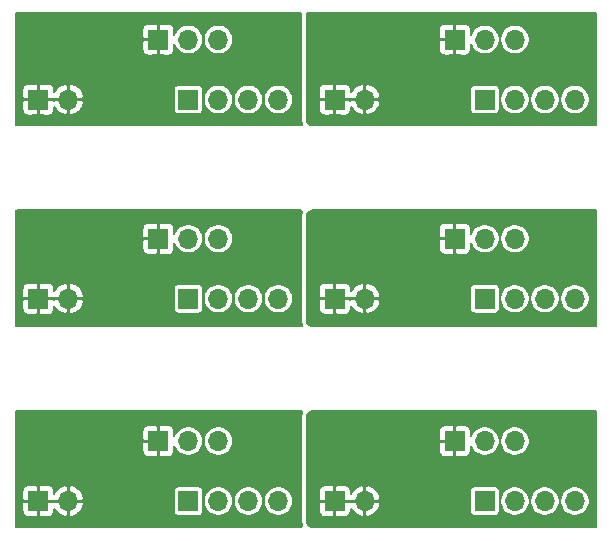
<source format=gbr>
%TF.GenerationSoftware,KiCad,Pcbnew,5.1.9-73d0e3b20d~88~ubuntu18.04.1*%
%TF.CreationDate,2021-01-03T17:48:49+01:00*%
%TF.ProjectId,ss_fp_87dc3_bridgeboard,73735f66-705f-4383-9764-63335f627269,r0.1*%
%TF.SameCoordinates,PX5f5e100PY2faf080*%
%TF.FileFunction,Copper,L1,Top*%
%TF.FilePolarity,Positive*%
%FSLAX46Y46*%
G04 Gerber Fmt 4.6, Leading zero omitted, Abs format (unit mm)*
G04 Created by KiCad (PCBNEW 5.1.9-73d0e3b20d~88~ubuntu18.04.1) date 2021-01-03 17:48:49*
%MOMM*%
%LPD*%
G01*
G04 APERTURE LIST*
%TA.AperFunction,ComponentPad*%
%ADD10R,1.700000X1.700000*%
%TD*%
%TA.AperFunction,ComponentPad*%
%ADD11O,1.700000X1.700000*%
%TD*%
%TA.AperFunction,Conductor*%
%ADD12C,0.200000*%
%TD*%
%TA.AperFunction,Conductor*%
%ADD13C,0.100000*%
%TD*%
G04 APERTURE END LIST*
D10*
%TO.P,J117,1*%
%TO.N,/COM_5*%
X12500000Y-36635000D03*
D11*
%TO.P,J117,2*%
%TO.N,Net-(J114-Pad1)*%
X15040000Y-36635000D03*
%TO.P,J117,3*%
%TO.N,Net-(J114-Pad4)*%
X17580000Y-36635000D03*
%TD*%
D10*
%TO.P,J115,1*%
%TO.N,/COM_6*%
X27440000Y-41715000D03*
D11*
%TO.P,J115,2*%
X29980000Y-41715000D03*
%TD*%
D10*
%TO.P,J113,1*%
%TO.N,/COM_5*%
X2340000Y-41715000D03*
D11*
%TO.P,J113,2*%
X4880000Y-41715000D03*
%TD*%
D10*
%TO.P,J118,1*%
%TO.N,/COM_6*%
X37600000Y-36635000D03*
D11*
%TO.P,J118,2*%
%TO.N,Net-(J116-Pad1)*%
X40140000Y-36635000D03*
%TO.P,J118,3*%
%TO.N,Net-(J116-Pad4)*%
X42680000Y-36635000D03*
%TD*%
D10*
%TO.P,J114,1*%
%TO.N,Net-(J114-Pad1)*%
X15040000Y-41715000D03*
D11*
%TO.P,J114,2*%
%TO.N,Net-(J114-Pad2)*%
X17580000Y-41715000D03*
%TO.P,J114,3*%
%TO.N,Net-(J114-Pad3)*%
X20120000Y-41715000D03*
%TO.P,J114,4*%
%TO.N,Net-(J114-Pad4)*%
X22660000Y-41715000D03*
%TD*%
D10*
%TO.P,J116,1*%
%TO.N,Net-(J116-Pad1)*%
X40140000Y-41715000D03*
D11*
%TO.P,J116,2*%
%TO.N,Net-(J116-Pad2)*%
X42680000Y-41715000D03*
%TO.P,J116,3*%
%TO.N,Net-(J116-Pad3)*%
X45220000Y-41715000D03*
%TO.P,J116,4*%
%TO.N,Net-(J116-Pad4)*%
X47760000Y-41715000D03*
%TD*%
%TO.P,J112,3*%
%TO.N,Net-(J110-Pad4)*%
X42680000Y-19500000D03*
%TO.P,J112,2*%
%TO.N,Net-(J110-Pad1)*%
X40140000Y-19500000D03*
D10*
%TO.P,J112,1*%
%TO.N,/COM_4*%
X37600000Y-19500000D03*
%TD*%
D11*
%TO.P,J111,3*%
%TO.N,Net-(J108-Pad4)*%
X17580000Y-19500000D03*
%TO.P,J111,2*%
%TO.N,Net-(J108-Pad1)*%
X15040000Y-19500000D03*
D10*
%TO.P,J111,1*%
%TO.N,/COM_3*%
X12500000Y-19500000D03*
%TD*%
D11*
%TO.P,J110,4*%
%TO.N,Net-(J110-Pad4)*%
X47760000Y-24580000D03*
%TO.P,J110,3*%
%TO.N,Net-(J110-Pad3)*%
X45220000Y-24580000D03*
%TO.P,J110,2*%
%TO.N,Net-(J110-Pad2)*%
X42680000Y-24580000D03*
D10*
%TO.P,J110,1*%
%TO.N,Net-(J110-Pad1)*%
X40140000Y-24580000D03*
%TD*%
D11*
%TO.P,J109,2*%
%TO.N,/COM_4*%
X29980000Y-24580000D03*
D10*
%TO.P,J109,1*%
X27440000Y-24580000D03*
%TD*%
D11*
%TO.P,J108,4*%
%TO.N,Net-(J108-Pad4)*%
X22660000Y-24580000D03*
%TO.P,J108,3*%
%TO.N,Net-(J108-Pad3)*%
X20120000Y-24580000D03*
%TO.P,J108,2*%
%TO.N,Net-(J108-Pad2)*%
X17580000Y-24580000D03*
D10*
%TO.P,J108,1*%
%TO.N,Net-(J108-Pad1)*%
X15040000Y-24580000D03*
%TD*%
D11*
%TO.P,J107,2*%
%TO.N,/COM_3*%
X4880000Y-24580000D03*
D10*
%TO.P,J107,1*%
X2340000Y-24580000D03*
%TD*%
D11*
%TO.P,J106,3*%
%TO.N,Net-(J105-Pad4)*%
X42680000Y-2635000D03*
%TO.P,J106,2*%
%TO.N,Net-(J105-Pad1)*%
X40140000Y-2635000D03*
D10*
%TO.P,J106,1*%
%TO.N,/COM_2*%
X37600000Y-2635000D03*
%TD*%
D11*
%TO.P,J105,4*%
%TO.N,Net-(J105-Pad4)*%
X47760000Y-7715000D03*
%TO.P,J105,3*%
%TO.N,Net-(J105-Pad3)*%
X45220000Y-7715000D03*
%TO.P,J105,2*%
%TO.N,Net-(J105-Pad2)*%
X42680000Y-7715000D03*
D10*
%TO.P,J105,1*%
%TO.N,Net-(J105-Pad1)*%
X40140000Y-7715000D03*
%TD*%
D11*
%TO.P,J104,2*%
%TO.N,/COM_2*%
X29980000Y-7715000D03*
D10*
%TO.P,J104,1*%
X27440000Y-7715000D03*
%TD*%
D11*
%TO.P,J103,3*%
%TO.N,Net-(J102-Pad4)*%
X17580000Y-2635000D03*
%TO.P,J103,2*%
%TO.N,Net-(J102-Pad1)*%
X15040000Y-2635000D03*
D10*
%TO.P,J103,1*%
%TO.N,/COM_1*%
X12500000Y-2635000D03*
%TD*%
D11*
%TO.P,J102,4*%
%TO.N,Net-(J102-Pad4)*%
X22660000Y-7715000D03*
%TO.P,J102,3*%
%TO.N,Net-(J102-Pad3)*%
X20120000Y-7715000D03*
%TO.P,J102,2*%
%TO.N,Net-(J102-Pad2)*%
X17580000Y-7715000D03*
D10*
%TO.P,J102,1*%
%TO.N,Net-(J102-Pad1)*%
X15040000Y-7715000D03*
%TD*%
D11*
%TO.P,J101,2*%
%TO.N,/COM_1*%
X4880000Y-7715000D03*
D10*
%TO.P,J101,1*%
X2340000Y-7715000D03*
%TD*%
D12*
%TO.N,/COM_1*%
X24603422Y-447790D02*
X24600000Y-500000D01*
X24600000Y-9500000D01*
X24603422Y-9552210D01*
X24620459Y-9681620D01*
X24647485Y-9782483D01*
X24677450Y-9854825D01*
X24603307Y-9885536D01*
X24493441Y-9900000D01*
X506559Y-9900000D01*
X425000Y-9889263D01*
X425000Y-8565000D01*
X987581Y-8565000D01*
X997235Y-8663017D01*
X1025825Y-8757267D01*
X1072254Y-8844129D01*
X1134736Y-8920264D01*
X1210871Y-8982746D01*
X1297733Y-9029175D01*
X1391983Y-9057765D01*
X1490000Y-9067419D01*
X2165000Y-9065000D01*
X2290000Y-8940000D01*
X2290000Y-7765000D01*
X2390000Y-7765000D01*
X2390000Y-8940000D01*
X2515000Y-9065000D01*
X3190000Y-9067419D01*
X3288017Y-9057765D01*
X3382267Y-9029175D01*
X3469129Y-8982746D01*
X3545264Y-8920264D01*
X3607746Y-8844129D01*
X3654175Y-8757267D01*
X3682765Y-8663017D01*
X3692419Y-8565000D01*
X3691619Y-8341712D01*
X3755848Y-8462522D01*
X3923283Y-8667470D01*
X4127484Y-8835815D01*
X4360604Y-8961087D01*
X4613684Y-9038473D01*
X4619574Y-9039643D01*
X4830000Y-8938979D01*
X4830000Y-7765000D01*
X4930000Y-7765000D01*
X4930000Y-8938979D01*
X5140426Y-9039643D01*
X5146316Y-9038473D01*
X5399396Y-8961087D01*
X5632516Y-8835815D01*
X5836717Y-8667470D01*
X6004152Y-8462522D01*
X6128386Y-8228847D01*
X6204645Y-7975426D01*
X6104076Y-7765000D01*
X4930000Y-7765000D01*
X4830000Y-7765000D01*
X3655924Y-7765000D01*
X3626521Y-7826521D01*
X3565000Y-7765000D01*
X2390000Y-7765000D01*
X2290000Y-7765000D01*
X1115000Y-7765000D01*
X990000Y-7890000D01*
X987581Y-8565000D01*
X425000Y-8565000D01*
X425000Y-6865000D01*
X987581Y-6865000D01*
X990000Y-7540000D01*
X1115000Y-7665000D01*
X2290000Y-7665000D01*
X2290000Y-6490000D01*
X2390000Y-6490000D01*
X2390000Y-7665000D01*
X3565000Y-7665000D01*
X3626521Y-7603479D01*
X3655924Y-7665000D01*
X4830000Y-7665000D01*
X4830000Y-6491021D01*
X4930000Y-6491021D01*
X4930000Y-7665000D01*
X6104076Y-7665000D01*
X6204645Y-7454574D01*
X6128386Y-7201153D01*
X6004152Y-6967478D01*
X5920432Y-6865000D01*
X13788065Y-6865000D01*
X13788065Y-8565000D01*
X13795788Y-8643414D01*
X13818660Y-8718814D01*
X13855803Y-8788303D01*
X13905789Y-8849211D01*
X13966697Y-8899197D01*
X14036186Y-8936340D01*
X14111586Y-8959212D01*
X14190000Y-8966935D01*
X15890000Y-8966935D01*
X15968414Y-8959212D01*
X16043814Y-8936340D01*
X16113303Y-8899197D01*
X16174211Y-8849211D01*
X16224197Y-8788303D01*
X16261340Y-8718814D01*
X16284212Y-8643414D01*
X16291935Y-8565000D01*
X16291935Y-7591886D01*
X16330000Y-7591886D01*
X16330000Y-7838114D01*
X16378037Y-8079611D01*
X16472265Y-8307097D01*
X16609062Y-8511828D01*
X16783172Y-8685938D01*
X16987903Y-8822735D01*
X17215389Y-8916963D01*
X17456886Y-8965000D01*
X17703114Y-8965000D01*
X17944611Y-8916963D01*
X18172097Y-8822735D01*
X18376828Y-8685938D01*
X18550938Y-8511828D01*
X18687735Y-8307097D01*
X18781963Y-8079611D01*
X18830000Y-7838114D01*
X18830000Y-7591886D01*
X18870000Y-7591886D01*
X18870000Y-7838114D01*
X18918037Y-8079611D01*
X19012265Y-8307097D01*
X19149062Y-8511828D01*
X19323172Y-8685938D01*
X19527903Y-8822735D01*
X19755389Y-8916963D01*
X19996886Y-8965000D01*
X20243114Y-8965000D01*
X20484611Y-8916963D01*
X20712097Y-8822735D01*
X20916828Y-8685938D01*
X21090938Y-8511828D01*
X21227735Y-8307097D01*
X21321963Y-8079611D01*
X21370000Y-7838114D01*
X21370000Y-7591886D01*
X21410000Y-7591886D01*
X21410000Y-7838114D01*
X21458037Y-8079611D01*
X21552265Y-8307097D01*
X21689062Y-8511828D01*
X21863172Y-8685938D01*
X22067903Y-8822735D01*
X22295389Y-8916963D01*
X22536886Y-8965000D01*
X22783114Y-8965000D01*
X23024611Y-8916963D01*
X23252097Y-8822735D01*
X23456828Y-8685938D01*
X23630938Y-8511828D01*
X23767735Y-8307097D01*
X23861963Y-8079611D01*
X23910000Y-7838114D01*
X23910000Y-7591886D01*
X23861963Y-7350389D01*
X23767735Y-7122903D01*
X23630938Y-6918172D01*
X23456828Y-6744062D01*
X23252097Y-6607265D01*
X23024611Y-6513037D01*
X22783114Y-6465000D01*
X22536886Y-6465000D01*
X22295389Y-6513037D01*
X22067903Y-6607265D01*
X21863172Y-6744062D01*
X21689062Y-6918172D01*
X21552265Y-7122903D01*
X21458037Y-7350389D01*
X21410000Y-7591886D01*
X21370000Y-7591886D01*
X21321963Y-7350389D01*
X21227735Y-7122903D01*
X21090938Y-6918172D01*
X20916828Y-6744062D01*
X20712097Y-6607265D01*
X20484611Y-6513037D01*
X20243114Y-6465000D01*
X19996886Y-6465000D01*
X19755389Y-6513037D01*
X19527903Y-6607265D01*
X19323172Y-6744062D01*
X19149062Y-6918172D01*
X19012265Y-7122903D01*
X18918037Y-7350389D01*
X18870000Y-7591886D01*
X18830000Y-7591886D01*
X18781963Y-7350389D01*
X18687735Y-7122903D01*
X18550938Y-6918172D01*
X18376828Y-6744062D01*
X18172097Y-6607265D01*
X17944611Y-6513037D01*
X17703114Y-6465000D01*
X17456886Y-6465000D01*
X17215389Y-6513037D01*
X16987903Y-6607265D01*
X16783172Y-6744062D01*
X16609062Y-6918172D01*
X16472265Y-7122903D01*
X16378037Y-7350389D01*
X16330000Y-7591886D01*
X16291935Y-7591886D01*
X16291935Y-6865000D01*
X16284212Y-6786586D01*
X16261340Y-6711186D01*
X16224197Y-6641697D01*
X16174211Y-6580789D01*
X16113303Y-6530803D01*
X16043814Y-6493660D01*
X15968414Y-6470788D01*
X15890000Y-6463065D01*
X14190000Y-6463065D01*
X14111586Y-6470788D01*
X14036186Y-6493660D01*
X13966697Y-6530803D01*
X13905789Y-6580789D01*
X13855803Y-6641697D01*
X13818660Y-6711186D01*
X13795788Y-6786586D01*
X13788065Y-6865000D01*
X5920432Y-6865000D01*
X5836717Y-6762530D01*
X5632516Y-6594185D01*
X5399396Y-6468913D01*
X5146316Y-6391527D01*
X5140426Y-6390357D01*
X4930000Y-6491021D01*
X4830000Y-6491021D01*
X4619574Y-6390357D01*
X4613684Y-6391527D01*
X4360604Y-6468913D01*
X4127484Y-6594185D01*
X3923283Y-6762530D01*
X3755848Y-6967478D01*
X3691619Y-7088288D01*
X3692419Y-6865000D01*
X3682765Y-6766983D01*
X3654175Y-6672733D01*
X3607746Y-6585871D01*
X3545264Y-6509736D01*
X3469129Y-6447254D01*
X3382267Y-6400825D01*
X3288017Y-6372235D01*
X3190000Y-6362581D01*
X2515000Y-6365000D01*
X2390000Y-6490000D01*
X2290000Y-6490000D01*
X2165000Y-6365000D01*
X1490000Y-6362581D01*
X1391983Y-6372235D01*
X1297733Y-6400825D01*
X1210871Y-6447254D01*
X1134736Y-6509736D01*
X1072254Y-6585871D01*
X1025825Y-6672733D01*
X997235Y-6766983D01*
X987581Y-6865000D01*
X425000Y-6865000D01*
X425000Y-3485000D01*
X11147581Y-3485000D01*
X11157235Y-3583017D01*
X11185825Y-3677267D01*
X11232254Y-3764129D01*
X11294736Y-3840264D01*
X11370871Y-3902746D01*
X11457733Y-3949175D01*
X11551983Y-3977765D01*
X11650000Y-3987419D01*
X12325000Y-3985000D01*
X12450000Y-3860000D01*
X12450000Y-2685000D01*
X11275000Y-2685000D01*
X11150000Y-2810000D01*
X11147581Y-3485000D01*
X425000Y-3485000D01*
X425000Y-1785000D01*
X11147581Y-1785000D01*
X11150000Y-2460000D01*
X11275000Y-2585000D01*
X12450000Y-2585000D01*
X12450000Y-1410000D01*
X12550000Y-1410000D01*
X12550000Y-2585000D01*
X12570000Y-2585000D01*
X12570000Y-2685000D01*
X12550000Y-2685000D01*
X12550000Y-3860000D01*
X12675000Y-3985000D01*
X13350000Y-3987419D01*
X13448017Y-3977765D01*
X13542267Y-3949175D01*
X13629129Y-3902746D01*
X13705264Y-3840264D01*
X13767746Y-3764129D01*
X13814175Y-3677267D01*
X13842765Y-3583017D01*
X13852419Y-3485000D01*
X13850790Y-3030399D01*
X13932265Y-3227097D01*
X14069062Y-3431828D01*
X14243172Y-3605938D01*
X14447903Y-3742735D01*
X14675389Y-3836963D01*
X14916886Y-3885000D01*
X15163114Y-3885000D01*
X15404611Y-3836963D01*
X15632097Y-3742735D01*
X15836828Y-3605938D01*
X16010938Y-3431828D01*
X16147735Y-3227097D01*
X16241963Y-2999611D01*
X16290000Y-2758114D01*
X16290000Y-2511886D01*
X16330000Y-2511886D01*
X16330000Y-2758114D01*
X16378037Y-2999611D01*
X16472265Y-3227097D01*
X16609062Y-3431828D01*
X16783172Y-3605938D01*
X16987903Y-3742735D01*
X17215389Y-3836963D01*
X17456886Y-3885000D01*
X17703114Y-3885000D01*
X17944611Y-3836963D01*
X18172097Y-3742735D01*
X18376828Y-3605938D01*
X18550938Y-3431828D01*
X18687735Y-3227097D01*
X18781963Y-2999611D01*
X18830000Y-2758114D01*
X18830000Y-2511886D01*
X18781963Y-2270389D01*
X18687735Y-2042903D01*
X18550938Y-1838172D01*
X18376828Y-1664062D01*
X18172097Y-1527265D01*
X17944611Y-1433037D01*
X17703114Y-1385000D01*
X17456886Y-1385000D01*
X17215389Y-1433037D01*
X16987903Y-1527265D01*
X16783172Y-1664062D01*
X16609062Y-1838172D01*
X16472265Y-2042903D01*
X16378037Y-2270389D01*
X16330000Y-2511886D01*
X16290000Y-2511886D01*
X16241963Y-2270389D01*
X16147735Y-2042903D01*
X16010938Y-1838172D01*
X15836828Y-1664062D01*
X15632097Y-1527265D01*
X15404611Y-1433037D01*
X15163114Y-1385000D01*
X14916886Y-1385000D01*
X14675389Y-1433037D01*
X14447903Y-1527265D01*
X14243172Y-1664062D01*
X14069062Y-1838172D01*
X13932265Y-2042903D01*
X13850790Y-2239601D01*
X13852419Y-1785000D01*
X13842765Y-1686983D01*
X13814175Y-1592733D01*
X13767746Y-1505871D01*
X13705264Y-1429736D01*
X13629129Y-1367254D01*
X13542267Y-1320825D01*
X13448017Y-1292235D01*
X13350000Y-1282581D01*
X12675000Y-1285000D01*
X12550000Y-1410000D01*
X12450000Y-1410000D01*
X12325000Y-1285000D01*
X11650000Y-1282581D01*
X11551983Y-1292235D01*
X11457733Y-1320825D01*
X11370871Y-1367254D01*
X11294736Y-1429736D01*
X11232254Y-1505871D01*
X11185825Y-1592733D01*
X11157235Y-1686983D01*
X11147581Y-1785000D01*
X425000Y-1785000D01*
X425000Y-425000D01*
X24606422Y-425000D01*
X24603422Y-447790D01*
%TA.AperFunction,Conductor*%
D13*
G36*
X24603422Y-447790D02*
G01*
X24600000Y-500000D01*
X24600000Y-9500000D01*
X24603422Y-9552210D01*
X24620459Y-9681620D01*
X24647485Y-9782483D01*
X24677450Y-9854825D01*
X24603307Y-9885536D01*
X24493441Y-9900000D01*
X506559Y-9900000D01*
X425000Y-9889263D01*
X425000Y-8565000D01*
X987581Y-8565000D01*
X997235Y-8663017D01*
X1025825Y-8757267D01*
X1072254Y-8844129D01*
X1134736Y-8920264D01*
X1210871Y-8982746D01*
X1297733Y-9029175D01*
X1391983Y-9057765D01*
X1490000Y-9067419D01*
X2165000Y-9065000D01*
X2290000Y-8940000D01*
X2290000Y-7765000D01*
X2390000Y-7765000D01*
X2390000Y-8940000D01*
X2515000Y-9065000D01*
X3190000Y-9067419D01*
X3288017Y-9057765D01*
X3382267Y-9029175D01*
X3469129Y-8982746D01*
X3545264Y-8920264D01*
X3607746Y-8844129D01*
X3654175Y-8757267D01*
X3682765Y-8663017D01*
X3692419Y-8565000D01*
X3691619Y-8341712D01*
X3755848Y-8462522D01*
X3923283Y-8667470D01*
X4127484Y-8835815D01*
X4360604Y-8961087D01*
X4613684Y-9038473D01*
X4619574Y-9039643D01*
X4830000Y-8938979D01*
X4830000Y-7765000D01*
X4930000Y-7765000D01*
X4930000Y-8938979D01*
X5140426Y-9039643D01*
X5146316Y-9038473D01*
X5399396Y-8961087D01*
X5632516Y-8835815D01*
X5836717Y-8667470D01*
X6004152Y-8462522D01*
X6128386Y-8228847D01*
X6204645Y-7975426D01*
X6104076Y-7765000D01*
X4930000Y-7765000D01*
X4830000Y-7765000D01*
X3655924Y-7765000D01*
X3626521Y-7826521D01*
X3565000Y-7765000D01*
X2390000Y-7765000D01*
X2290000Y-7765000D01*
X1115000Y-7765000D01*
X990000Y-7890000D01*
X987581Y-8565000D01*
X425000Y-8565000D01*
X425000Y-6865000D01*
X987581Y-6865000D01*
X990000Y-7540000D01*
X1115000Y-7665000D01*
X2290000Y-7665000D01*
X2290000Y-6490000D01*
X2390000Y-6490000D01*
X2390000Y-7665000D01*
X3565000Y-7665000D01*
X3626521Y-7603479D01*
X3655924Y-7665000D01*
X4830000Y-7665000D01*
X4830000Y-6491021D01*
X4930000Y-6491021D01*
X4930000Y-7665000D01*
X6104076Y-7665000D01*
X6204645Y-7454574D01*
X6128386Y-7201153D01*
X6004152Y-6967478D01*
X5920432Y-6865000D01*
X13788065Y-6865000D01*
X13788065Y-8565000D01*
X13795788Y-8643414D01*
X13818660Y-8718814D01*
X13855803Y-8788303D01*
X13905789Y-8849211D01*
X13966697Y-8899197D01*
X14036186Y-8936340D01*
X14111586Y-8959212D01*
X14190000Y-8966935D01*
X15890000Y-8966935D01*
X15968414Y-8959212D01*
X16043814Y-8936340D01*
X16113303Y-8899197D01*
X16174211Y-8849211D01*
X16224197Y-8788303D01*
X16261340Y-8718814D01*
X16284212Y-8643414D01*
X16291935Y-8565000D01*
X16291935Y-7591886D01*
X16330000Y-7591886D01*
X16330000Y-7838114D01*
X16378037Y-8079611D01*
X16472265Y-8307097D01*
X16609062Y-8511828D01*
X16783172Y-8685938D01*
X16987903Y-8822735D01*
X17215389Y-8916963D01*
X17456886Y-8965000D01*
X17703114Y-8965000D01*
X17944611Y-8916963D01*
X18172097Y-8822735D01*
X18376828Y-8685938D01*
X18550938Y-8511828D01*
X18687735Y-8307097D01*
X18781963Y-8079611D01*
X18830000Y-7838114D01*
X18830000Y-7591886D01*
X18870000Y-7591886D01*
X18870000Y-7838114D01*
X18918037Y-8079611D01*
X19012265Y-8307097D01*
X19149062Y-8511828D01*
X19323172Y-8685938D01*
X19527903Y-8822735D01*
X19755389Y-8916963D01*
X19996886Y-8965000D01*
X20243114Y-8965000D01*
X20484611Y-8916963D01*
X20712097Y-8822735D01*
X20916828Y-8685938D01*
X21090938Y-8511828D01*
X21227735Y-8307097D01*
X21321963Y-8079611D01*
X21370000Y-7838114D01*
X21370000Y-7591886D01*
X21410000Y-7591886D01*
X21410000Y-7838114D01*
X21458037Y-8079611D01*
X21552265Y-8307097D01*
X21689062Y-8511828D01*
X21863172Y-8685938D01*
X22067903Y-8822735D01*
X22295389Y-8916963D01*
X22536886Y-8965000D01*
X22783114Y-8965000D01*
X23024611Y-8916963D01*
X23252097Y-8822735D01*
X23456828Y-8685938D01*
X23630938Y-8511828D01*
X23767735Y-8307097D01*
X23861963Y-8079611D01*
X23910000Y-7838114D01*
X23910000Y-7591886D01*
X23861963Y-7350389D01*
X23767735Y-7122903D01*
X23630938Y-6918172D01*
X23456828Y-6744062D01*
X23252097Y-6607265D01*
X23024611Y-6513037D01*
X22783114Y-6465000D01*
X22536886Y-6465000D01*
X22295389Y-6513037D01*
X22067903Y-6607265D01*
X21863172Y-6744062D01*
X21689062Y-6918172D01*
X21552265Y-7122903D01*
X21458037Y-7350389D01*
X21410000Y-7591886D01*
X21370000Y-7591886D01*
X21321963Y-7350389D01*
X21227735Y-7122903D01*
X21090938Y-6918172D01*
X20916828Y-6744062D01*
X20712097Y-6607265D01*
X20484611Y-6513037D01*
X20243114Y-6465000D01*
X19996886Y-6465000D01*
X19755389Y-6513037D01*
X19527903Y-6607265D01*
X19323172Y-6744062D01*
X19149062Y-6918172D01*
X19012265Y-7122903D01*
X18918037Y-7350389D01*
X18870000Y-7591886D01*
X18830000Y-7591886D01*
X18781963Y-7350389D01*
X18687735Y-7122903D01*
X18550938Y-6918172D01*
X18376828Y-6744062D01*
X18172097Y-6607265D01*
X17944611Y-6513037D01*
X17703114Y-6465000D01*
X17456886Y-6465000D01*
X17215389Y-6513037D01*
X16987903Y-6607265D01*
X16783172Y-6744062D01*
X16609062Y-6918172D01*
X16472265Y-7122903D01*
X16378037Y-7350389D01*
X16330000Y-7591886D01*
X16291935Y-7591886D01*
X16291935Y-6865000D01*
X16284212Y-6786586D01*
X16261340Y-6711186D01*
X16224197Y-6641697D01*
X16174211Y-6580789D01*
X16113303Y-6530803D01*
X16043814Y-6493660D01*
X15968414Y-6470788D01*
X15890000Y-6463065D01*
X14190000Y-6463065D01*
X14111586Y-6470788D01*
X14036186Y-6493660D01*
X13966697Y-6530803D01*
X13905789Y-6580789D01*
X13855803Y-6641697D01*
X13818660Y-6711186D01*
X13795788Y-6786586D01*
X13788065Y-6865000D01*
X5920432Y-6865000D01*
X5836717Y-6762530D01*
X5632516Y-6594185D01*
X5399396Y-6468913D01*
X5146316Y-6391527D01*
X5140426Y-6390357D01*
X4930000Y-6491021D01*
X4830000Y-6491021D01*
X4619574Y-6390357D01*
X4613684Y-6391527D01*
X4360604Y-6468913D01*
X4127484Y-6594185D01*
X3923283Y-6762530D01*
X3755848Y-6967478D01*
X3691619Y-7088288D01*
X3692419Y-6865000D01*
X3682765Y-6766983D01*
X3654175Y-6672733D01*
X3607746Y-6585871D01*
X3545264Y-6509736D01*
X3469129Y-6447254D01*
X3382267Y-6400825D01*
X3288017Y-6372235D01*
X3190000Y-6362581D01*
X2515000Y-6365000D01*
X2390000Y-6490000D01*
X2290000Y-6490000D01*
X2165000Y-6365000D01*
X1490000Y-6362581D01*
X1391983Y-6372235D01*
X1297733Y-6400825D01*
X1210871Y-6447254D01*
X1134736Y-6509736D01*
X1072254Y-6585871D01*
X1025825Y-6672733D01*
X997235Y-6766983D01*
X987581Y-6865000D01*
X425000Y-6865000D01*
X425000Y-3485000D01*
X11147581Y-3485000D01*
X11157235Y-3583017D01*
X11185825Y-3677267D01*
X11232254Y-3764129D01*
X11294736Y-3840264D01*
X11370871Y-3902746D01*
X11457733Y-3949175D01*
X11551983Y-3977765D01*
X11650000Y-3987419D01*
X12325000Y-3985000D01*
X12450000Y-3860000D01*
X12450000Y-2685000D01*
X11275000Y-2685000D01*
X11150000Y-2810000D01*
X11147581Y-3485000D01*
X425000Y-3485000D01*
X425000Y-1785000D01*
X11147581Y-1785000D01*
X11150000Y-2460000D01*
X11275000Y-2585000D01*
X12450000Y-2585000D01*
X12450000Y-1410000D01*
X12550000Y-1410000D01*
X12550000Y-2585000D01*
X12570000Y-2585000D01*
X12570000Y-2685000D01*
X12550000Y-2685000D01*
X12550000Y-3860000D01*
X12675000Y-3985000D01*
X13350000Y-3987419D01*
X13448017Y-3977765D01*
X13542267Y-3949175D01*
X13629129Y-3902746D01*
X13705264Y-3840264D01*
X13767746Y-3764129D01*
X13814175Y-3677267D01*
X13842765Y-3583017D01*
X13852419Y-3485000D01*
X13850790Y-3030399D01*
X13932265Y-3227097D01*
X14069062Y-3431828D01*
X14243172Y-3605938D01*
X14447903Y-3742735D01*
X14675389Y-3836963D01*
X14916886Y-3885000D01*
X15163114Y-3885000D01*
X15404611Y-3836963D01*
X15632097Y-3742735D01*
X15836828Y-3605938D01*
X16010938Y-3431828D01*
X16147735Y-3227097D01*
X16241963Y-2999611D01*
X16290000Y-2758114D01*
X16290000Y-2511886D01*
X16330000Y-2511886D01*
X16330000Y-2758114D01*
X16378037Y-2999611D01*
X16472265Y-3227097D01*
X16609062Y-3431828D01*
X16783172Y-3605938D01*
X16987903Y-3742735D01*
X17215389Y-3836963D01*
X17456886Y-3885000D01*
X17703114Y-3885000D01*
X17944611Y-3836963D01*
X18172097Y-3742735D01*
X18376828Y-3605938D01*
X18550938Y-3431828D01*
X18687735Y-3227097D01*
X18781963Y-2999611D01*
X18830000Y-2758114D01*
X18830000Y-2511886D01*
X18781963Y-2270389D01*
X18687735Y-2042903D01*
X18550938Y-1838172D01*
X18376828Y-1664062D01*
X18172097Y-1527265D01*
X17944611Y-1433037D01*
X17703114Y-1385000D01*
X17456886Y-1385000D01*
X17215389Y-1433037D01*
X16987903Y-1527265D01*
X16783172Y-1664062D01*
X16609062Y-1838172D01*
X16472265Y-2042903D01*
X16378037Y-2270389D01*
X16330000Y-2511886D01*
X16290000Y-2511886D01*
X16241963Y-2270389D01*
X16147735Y-2042903D01*
X16010938Y-1838172D01*
X15836828Y-1664062D01*
X15632097Y-1527265D01*
X15404611Y-1433037D01*
X15163114Y-1385000D01*
X14916886Y-1385000D01*
X14675389Y-1433037D01*
X14447903Y-1527265D01*
X14243172Y-1664062D01*
X14069062Y-1838172D01*
X13932265Y-2042903D01*
X13850790Y-2239601D01*
X13852419Y-1785000D01*
X13842765Y-1686983D01*
X13814175Y-1592733D01*
X13767746Y-1505871D01*
X13705264Y-1429736D01*
X13629129Y-1367254D01*
X13542267Y-1320825D01*
X13448017Y-1292235D01*
X13350000Y-1282581D01*
X12675000Y-1285000D01*
X12550000Y-1410000D01*
X12450000Y-1410000D01*
X12325000Y-1285000D01*
X11650000Y-1282581D01*
X11551983Y-1292235D01*
X11457733Y-1320825D01*
X11370871Y-1367254D01*
X11294736Y-1429736D01*
X11232254Y-1505871D01*
X11185825Y-1592733D01*
X11157235Y-1686983D01*
X11147581Y-1785000D01*
X425000Y-1785000D01*
X425000Y-425000D01*
X24606422Y-425000D01*
X24603422Y-447790D01*
G37*
%TD.AperFunction*%
%TD*%
D12*
%TO.N,/COM_2*%
X49575000Y-9889263D02*
X49493441Y-9900000D01*
X25506559Y-9900000D01*
X25396693Y-9885536D01*
X25300433Y-9845664D01*
X25217768Y-9782232D01*
X25154336Y-9699567D01*
X25114464Y-9603307D01*
X25100000Y-9493441D01*
X25100000Y-8565000D01*
X26087581Y-8565000D01*
X26097235Y-8663017D01*
X26125825Y-8757267D01*
X26172254Y-8844129D01*
X26234736Y-8920264D01*
X26310871Y-8982746D01*
X26397733Y-9029175D01*
X26491983Y-9057765D01*
X26590000Y-9067419D01*
X27265000Y-9065000D01*
X27390000Y-8940000D01*
X27390000Y-7765000D01*
X27490000Y-7765000D01*
X27490000Y-8940000D01*
X27615000Y-9065000D01*
X28290000Y-9067419D01*
X28388017Y-9057765D01*
X28482267Y-9029175D01*
X28569129Y-8982746D01*
X28645264Y-8920264D01*
X28707746Y-8844129D01*
X28754175Y-8757267D01*
X28782765Y-8663017D01*
X28792419Y-8565000D01*
X28791619Y-8341712D01*
X28855848Y-8462522D01*
X29023283Y-8667470D01*
X29227484Y-8835815D01*
X29460604Y-8961087D01*
X29713684Y-9038473D01*
X29719574Y-9039643D01*
X29930000Y-8938979D01*
X29930000Y-7765000D01*
X30030000Y-7765000D01*
X30030000Y-8938979D01*
X30240426Y-9039643D01*
X30246316Y-9038473D01*
X30499396Y-8961087D01*
X30732516Y-8835815D01*
X30936717Y-8667470D01*
X31104152Y-8462522D01*
X31228386Y-8228847D01*
X31304645Y-7975426D01*
X31204076Y-7765000D01*
X30030000Y-7765000D01*
X29930000Y-7765000D01*
X28755924Y-7765000D01*
X28726521Y-7826521D01*
X28665000Y-7765000D01*
X27490000Y-7765000D01*
X27390000Y-7765000D01*
X26215000Y-7765000D01*
X26090000Y-7890000D01*
X26087581Y-8565000D01*
X25100000Y-8565000D01*
X25100000Y-6865000D01*
X26087581Y-6865000D01*
X26090000Y-7540000D01*
X26215000Y-7665000D01*
X27390000Y-7665000D01*
X27390000Y-6490000D01*
X27490000Y-6490000D01*
X27490000Y-7665000D01*
X28665000Y-7665000D01*
X28726521Y-7603479D01*
X28755924Y-7665000D01*
X29930000Y-7665000D01*
X29930000Y-6491021D01*
X30030000Y-6491021D01*
X30030000Y-7665000D01*
X31204076Y-7665000D01*
X31304645Y-7454574D01*
X31228386Y-7201153D01*
X31104152Y-6967478D01*
X31020432Y-6865000D01*
X38888065Y-6865000D01*
X38888065Y-8565000D01*
X38895788Y-8643414D01*
X38918660Y-8718814D01*
X38955803Y-8788303D01*
X39005789Y-8849211D01*
X39066697Y-8899197D01*
X39136186Y-8936340D01*
X39211586Y-8959212D01*
X39290000Y-8966935D01*
X40990000Y-8966935D01*
X41068414Y-8959212D01*
X41143814Y-8936340D01*
X41213303Y-8899197D01*
X41274211Y-8849211D01*
X41324197Y-8788303D01*
X41361340Y-8718814D01*
X41384212Y-8643414D01*
X41391935Y-8565000D01*
X41391935Y-7591886D01*
X41430000Y-7591886D01*
X41430000Y-7838114D01*
X41478037Y-8079611D01*
X41572265Y-8307097D01*
X41709062Y-8511828D01*
X41883172Y-8685938D01*
X42087903Y-8822735D01*
X42315389Y-8916963D01*
X42556886Y-8965000D01*
X42803114Y-8965000D01*
X43044611Y-8916963D01*
X43272097Y-8822735D01*
X43476828Y-8685938D01*
X43650938Y-8511828D01*
X43787735Y-8307097D01*
X43881963Y-8079611D01*
X43930000Y-7838114D01*
X43930000Y-7591886D01*
X43970000Y-7591886D01*
X43970000Y-7838114D01*
X44018037Y-8079611D01*
X44112265Y-8307097D01*
X44249062Y-8511828D01*
X44423172Y-8685938D01*
X44627903Y-8822735D01*
X44855389Y-8916963D01*
X45096886Y-8965000D01*
X45343114Y-8965000D01*
X45584611Y-8916963D01*
X45812097Y-8822735D01*
X46016828Y-8685938D01*
X46190938Y-8511828D01*
X46327735Y-8307097D01*
X46421963Y-8079611D01*
X46470000Y-7838114D01*
X46470000Y-7591886D01*
X46510000Y-7591886D01*
X46510000Y-7838114D01*
X46558037Y-8079611D01*
X46652265Y-8307097D01*
X46789062Y-8511828D01*
X46963172Y-8685938D01*
X47167903Y-8822735D01*
X47395389Y-8916963D01*
X47636886Y-8965000D01*
X47883114Y-8965000D01*
X48124611Y-8916963D01*
X48352097Y-8822735D01*
X48556828Y-8685938D01*
X48730938Y-8511828D01*
X48867735Y-8307097D01*
X48961963Y-8079611D01*
X49010000Y-7838114D01*
X49010000Y-7591886D01*
X48961963Y-7350389D01*
X48867735Y-7122903D01*
X48730938Y-6918172D01*
X48556828Y-6744062D01*
X48352097Y-6607265D01*
X48124611Y-6513037D01*
X47883114Y-6465000D01*
X47636886Y-6465000D01*
X47395389Y-6513037D01*
X47167903Y-6607265D01*
X46963172Y-6744062D01*
X46789062Y-6918172D01*
X46652265Y-7122903D01*
X46558037Y-7350389D01*
X46510000Y-7591886D01*
X46470000Y-7591886D01*
X46421963Y-7350389D01*
X46327735Y-7122903D01*
X46190938Y-6918172D01*
X46016828Y-6744062D01*
X45812097Y-6607265D01*
X45584611Y-6513037D01*
X45343114Y-6465000D01*
X45096886Y-6465000D01*
X44855389Y-6513037D01*
X44627903Y-6607265D01*
X44423172Y-6744062D01*
X44249062Y-6918172D01*
X44112265Y-7122903D01*
X44018037Y-7350389D01*
X43970000Y-7591886D01*
X43930000Y-7591886D01*
X43881963Y-7350389D01*
X43787735Y-7122903D01*
X43650938Y-6918172D01*
X43476828Y-6744062D01*
X43272097Y-6607265D01*
X43044611Y-6513037D01*
X42803114Y-6465000D01*
X42556886Y-6465000D01*
X42315389Y-6513037D01*
X42087903Y-6607265D01*
X41883172Y-6744062D01*
X41709062Y-6918172D01*
X41572265Y-7122903D01*
X41478037Y-7350389D01*
X41430000Y-7591886D01*
X41391935Y-7591886D01*
X41391935Y-6865000D01*
X41384212Y-6786586D01*
X41361340Y-6711186D01*
X41324197Y-6641697D01*
X41274211Y-6580789D01*
X41213303Y-6530803D01*
X41143814Y-6493660D01*
X41068414Y-6470788D01*
X40990000Y-6463065D01*
X39290000Y-6463065D01*
X39211586Y-6470788D01*
X39136186Y-6493660D01*
X39066697Y-6530803D01*
X39005789Y-6580789D01*
X38955803Y-6641697D01*
X38918660Y-6711186D01*
X38895788Y-6786586D01*
X38888065Y-6865000D01*
X31020432Y-6865000D01*
X30936717Y-6762530D01*
X30732516Y-6594185D01*
X30499396Y-6468913D01*
X30246316Y-6391527D01*
X30240426Y-6390357D01*
X30030000Y-6491021D01*
X29930000Y-6491021D01*
X29719574Y-6390357D01*
X29713684Y-6391527D01*
X29460604Y-6468913D01*
X29227484Y-6594185D01*
X29023283Y-6762530D01*
X28855848Y-6967478D01*
X28791619Y-7088288D01*
X28792419Y-6865000D01*
X28782765Y-6766983D01*
X28754175Y-6672733D01*
X28707746Y-6585871D01*
X28645264Y-6509736D01*
X28569129Y-6447254D01*
X28482267Y-6400825D01*
X28388017Y-6372235D01*
X28290000Y-6362581D01*
X27615000Y-6365000D01*
X27490000Y-6490000D01*
X27390000Y-6490000D01*
X27265000Y-6365000D01*
X26590000Y-6362581D01*
X26491983Y-6372235D01*
X26397733Y-6400825D01*
X26310871Y-6447254D01*
X26234736Y-6509736D01*
X26172254Y-6585871D01*
X26125825Y-6672733D01*
X26097235Y-6766983D01*
X26087581Y-6865000D01*
X25100000Y-6865000D01*
X25100000Y-3485000D01*
X36247581Y-3485000D01*
X36257235Y-3583017D01*
X36285825Y-3677267D01*
X36332254Y-3764129D01*
X36394736Y-3840264D01*
X36470871Y-3902746D01*
X36557733Y-3949175D01*
X36651983Y-3977765D01*
X36750000Y-3987419D01*
X37425000Y-3985000D01*
X37550000Y-3860000D01*
X37550000Y-2685000D01*
X36375000Y-2685000D01*
X36250000Y-2810000D01*
X36247581Y-3485000D01*
X25100000Y-3485000D01*
X25100000Y-1785000D01*
X36247581Y-1785000D01*
X36250000Y-2460000D01*
X36375000Y-2585000D01*
X37550000Y-2585000D01*
X37550000Y-1410000D01*
X37650000Y-1410000D01*
X37650000Y-2585000D01*
X37670000Y-2585000D01*
X37670000Y-2685000D01*
X37650000Y-2685000D01*
X37650000Y-3860000D01*
X37775000Y-3985000D01*
X38450000Y-3987419D01*
X38548017Y-3977765D01*
X38642267Y-3949175D01*
X38729129Y-3902746D01*
X38805264Y-3840264D01*
X38867746Y-3764129D01*
X38914175Y-3677267D01*
X38942765Y-3583017D01*
X38952419Y-3485000D01*
X38950790Y-3030399D01*
X39032265Y-3227097D01*
X39169062Y-3431828D01*
X39343172Y-3605938D01*
X39547903Y-3742735D01*
X39775389Y-3836963D01*
X40016886Y-3885000D01*
X40263114Y-3885000D01*
X40504611Y-3836963D01*
X40732097Y-3742735D01*
X40936828Y-3605938D01*
X41110938Y-3431828D01*
X41247735Y-3227097D01*
X41341963Y-2999611D01*
X41390000Y-2758114D01*
X41390000Y-2511886D01*
X41430000Y-2511886D01*
X41430000Y-2758114D01*
X41478037Y-2999611D01*
X41572265Y-3227097D01*
X41709062Y-3431828D01*
X41883172Y-3605938D01*
X42087903Y-3742735D01*
X42315389Y-3836963D01*
X42556886Y-3885000D01*
X42803114Y-3885000D01*
X43044611Y-3836963D01*
X43272097Y-3742735D01*
X43476828Y-3605938D01*
X43650938Y-3431828D01*
X43787735Y-3227097D01*
X43881963Y-2999611D01*
X43930000Y-2758114D01*
X43930000Y-2511886D01*
X43881963Y-2270389D01*
X43787735Y-2042903D01*
X43650938Y-1838172D01*
X43476828Y-1664062D01*
X43272097Y-1527265D01*
X43044611Y-1433037D01*
X42803114Y-1385000D01*
X42556886Y-1385000D01*
X42315389Y-1433037D01*
X42087903Y-1527265D01*
X41883172Y-1664062D01*
X41709062Y-1838172D01*
X41572265Y-2042903D01*
X41478037Y-2270389D01*
X41430000Y-2511886D01*
X41390000Y-2511886D01*
X41341963Y-2270389D01*
X41247735Y-2042903D01*
X41110938Y-1838172D01*
X40936828Y-1664062D01*
X40732097Y-1527265D01*
X40504611Y-1433037D01*
X40263114Y-1385000D01*
X40016886Y-1385000D01*
X39775389Y-1433037D01*
X39547903Y-1527265D01*
X39343172Y-1664062D01*
X39169062Y-1838172D01*
X39032265Y-2042903D01*
X38950790Y-2239601D01*
X38952419Y-1785000D01*
X38942765Y-1686983D01*
X38914175Y-1592733D01*
X38867746Y-1505871D01*
X38805264Y-1429736D01*
X38729129Y-1367254D01*
X38642267Y-1320825D01*
X38548017Y-1292235D01*
X38450000Y-1282581D01*
X37775000Y-1285000D01*
X37650000Y-1410000D01*
X37550000Y-1410000D01*
X37425000Y-1285000D01*
X36750000Y-1282581D01*
X36651983Y-1292235D01*
X36557733Y-1320825D01*
X36470871Y-1367254D01*
X36394736Y-1429736D01*
X36332254Y-1505871D01*
X36285825Y-1592733D01*
X36257235Y-1686983D01*
X36247581Y-1785000D01*
X25100000Y-1785000D01*
X25100000Y-506559D01*
X25110737Y-425000D01*
X49575000Y-425000D01*
X49575000Y-9889263D01*
%TA.AperFunction,Conductor*%
D13*
G36*
X49575000Y-9889263D02*
G01*
X49493441Y-9900000D01*
X25506559Y-9900000D01*
X25396693Y-9885536D01*
X25300433Y-9845664D01*
X25217768Y-9782232D01*
X25154336Y-9699567D01*
X25114464Y-9603307D01*
X25100000Y-9493441D01*
X25100000Y-8565000D01*
X26087581Y-8565000D01*
X26097235Y-8663017D01*
X26125825Y-8757267D01*
X26172254Y-8844129D01*
X26234736Y-8920264D01*
X26310871Y-8982746D01*
X26397733Y-9029175D01*
X26491983Y-9057765D01*
X26590000Y-9067419D01*
X27265000Y-9065000D01*
X27390000Y-8940000D01*
X27390000Y-7765000D01*
X27490000Y-7765000D01*
X27490000Y-8940000D01*
X27615000Y-9065000D01*
X28290000Y-9067419D01*
X28388017Y-9057765D01*
X28482267Y-9029175D01*
X28569129Y-8982746D01*
X28645264Y-8920264D01*
X28707746Y-8844129D01*
X28754175Y-8757267D01*
X28782765Y-8663017D01*
X28792419Y-8565000D01*
X28791619Y-8341712D01*
X28855848Y-8462522D01*
X29023283Y-8667470D01*
X29227484Y-8835815D01*
X29460604Y-8961087D01*
X29713684Y-9038473D01*
X29719574Y-9039643D01*
X29930000Y-8938979D01*
X29930000Y-7765000D01*
X30030000Y-7765000D01*
X30030000Y-8938979D01*
X30240426Y-9039643D01*
X30246316Y-9038473D01*
X30499396Y-8961087D01*
X30732516Y-8835815D01*
X30936717Y-8667470D01*
X31104152Y-8462522D01*
X31228386Y-8228847D01*
X31304645Y-7975426D01*
X31204076Y-7765000D01*
X30030000Y-7765000D01*
X29930000Y-7765000D01*
X28755924Y-7765000D01*
X28726521Y-7826521D01*
X28665000Y-7765000D01*
X27490000Y-7765000D01*
X27390000Y-7765000D01*
X26215000Y-7765000D01*
X26090000Y-7890000D01*
X26087581Y-8565000D01*
X25100000Y-8565000D01*
X25100000Y-6865000D01*
X26087581Y-6865000D01*
X26090000Y-7540000D01*
X26215000Y-7665000D01*
X27390000Y-7665000D01*
X27390000Y-6490000D01*
X27490000Y-6490000D01*
X27490000Y-7665000D01*
X28665000Y-7665000D01*
X28726521Y-7603479D01*
X28755924Y-7665000D01*
X29930000Y-7665000D01*
X29930000Y-6491021D01*
X30030000Y-6491021D01*
X30030000Y-7665000D01*
X31204076Y-7665000D01*
X31304645Y-7454574D01*
X31228386Y-7201153D01*
X31104152Y-6967478D01*
X31020432Y-6865000D01*
X38888065Y-6865000D01*
X38888065Y-8565000D01*
X38895788Y-8643414D01*
X38918660Y-8718814D01*
X38955803Y-8788303D01*
X39005789Y-8849211D01*
X39066697Y-8899197D01*
X39136186Y-8936340D01*
X39211586Y-8959212D01*
X39290000Y-8966935D01*
X40990000Y-8966935D01*
X41068414Y-8959212D01*
X41143814Y-8936340D01*
X41213303Y-8899197D01*
X41274211Y-8849211D01*
X41324197Y-8788303D01*
X41361340Y-8718814D01*
X41384212Y-8643414D01*
X41391935Y-8565000D01*
X41391935Y-7591886D01*
X41430000Y-7591886D01*
X41430000Y-7838114D01*
X41478037Y-8079611D01*
X41572265Y-8307097D01*
X41709062Y-8511828D01*
X41883172Y-8685938D01*
X42087903Y-8822735D01*
X42315389Y-8916963D01*
X42556886Y-8965000D01*
X42803114Y-8965000D01*
X43044611Y-8916963D01*
X43272097Y-8822735D01*
X43476828Y-8685938D01*
X43650938Y-8511828D01*
X43787735Y-8307097D01*
X43881963Y-8079611D01*
X43930000Y-7838114D01*
X43930000Y-7591886D01*
X43970000Y-7591886D01*
X43970000Y-7838114D01*
X44018037Y-8079611D01*
X44112265Y-8307097D01*
X44249062Y-8511828D01*
X44423172Y-8685938D01*
X44627903Y-8822735D01*
X44855389Y-8916963D01*
X45096886Y-8965000D01*
X45343114Y-8965000D01*
X45584611Y-8916963D01*
X45812097Y-8822735D01*
X46016828Y-8685938D01*
X46190938Y-8511828D01*
X46327735Y-8307097D01*
X46421963Y-8079611D01*
X46470000Y-7838114D01*
X46470000Y-7591886D01*
X46510000Y-7591886D01*
X46510000Y-7838114D01*
X46558037Y-8079611D01*
X46652265Y-8307097D01*
X46789062Y-8511828D01*
X46963172Y-8685938D01*
X47167903Y-8822735D01*
X47395389Y-8916963D01*
X47636886Y-8965000D01*
X47883114Y-8965000D01*
X48124611Y-8916963D01*
X48352097Y-8822735D01*
X48556828Y-8685938D01*
X48730938Y-8511828D01*
X48867735Y-8307097D01*
X48961963Y-8079611D01*
X49010000Y-7838114D01*
X49010000Y-7591886D01*
X48961963Y-7350389D01*
X48867735Y-7122903D01*
X48730938Y-6918172D01*
X48556828Y-6744062D01*
X48352097Y-6607265D01*
X48124611Y-6513037D01*
X47883114Y-6465000D01*
X47636886Y-6465000D01*
X47395389Y-6513037D01*
X47167903Y-6607265D01*
X46963172Y-6744062D01*
X46789062Y-6918172D01*
X46652265Y-7122903D01*
X46558037Y-7350389D01*
X46510000Y-7591886D01*
X46470000Y-7591886D01*
X46421963Y-7350389D01*
X46327735Y-7122903D01*
X46190938Y-6918172D01*
X46016828Y-6744062D01*
X45812097Y-6607265D01*
X45584611Y-6513037D01*
X45343114Y-6465000D01*
X45096886Y-6465000D01*
X44855389Y-6513037D01*
X44627903Y-6607265D01*
X44423172Y-6744062D01*
X44249062Y-6918172D01*
X44112265Y-7122903D01*
X44018037Y-7350389D01*
X43970000Y-7591886D01*
X43930000Y-7591886D01*
X43881963Y-7350389D01*
X43787735Y-7122903D01*
X43650938Y-6918172D01*
X43476828Y-6744062D01*
X43272097Y-6607265D01*
X43044611Y-6513037D01*
X42803114Y-6465000D01*
X42556886Y-6465000D01*
X42315389Y-6513037D01*
X42087903Y-6607265D01*
X41883172Y-6744062D01*
X41709062Y-6918172D01*
X41572265Y-7122903D01*
X41478037Y-7350389D01*
X41430000Y-7591886D01*
X41391935Y-7591886D01*
X41391935Y-6865000D01*
X41384212Y-6786586D01*
X41361340Y-6711186D01*
X41324197Y-6641697D01*
X41274211Y-6580789D01*
X41213303Y-6530803D01*
X41143814Y-6493660D01*
X41068414Y-6470788D01*
X40990000Y-6463065D01*
X39290000Y-6463065D01*
X39211586Y-6470788D01*
X39136186Y-6493660D01*
X39066697Y-6530803D01*
X39005789Y-6580789D01*
X38955803Y-6641697D01*
X38918660Y-6711186D01*
X38895788Y-6786586D01*
X38888065Y-6865000D01*
X31020432Y-6865000D01*
X30936717Y-6762530D01*
X30732516Y-6594185D01*
X30499396Y-6468913D01*
X30246316Y-6391527D01*
X30240426Y-6390357D01*
X30030000Y-6491021D01*
X29930000Y-6491021D01*
X29719574Y-6390357D01*
X29713684Y-6391527D01*
X29460604Y-6468913D01*
X29227484Y-6594185D01*
X29023283Y-6762530D01*
X28855848Y-6967478D01*
X28791619Y-7088288D01*
X28792419Y-6865000D01*
X28782765Y-6766983D01*
X28754175Y-6672733D01*
X28707746Y-6585871D01*
X28645264Y-6509736D01*
X28569129Y-6447254D01*
X28482267Y-6400825D01*
X28388017Y-6372235D01*
X28290000Y-6362581D01*
X27615000Y-6365000D01*
X27490000Y-6490000D01*
X27390000Y-6490000D01*
X27265000Y-6365000D01*
X26590000Y-6362581D01*
X26491983Y-6372235D01*
X26397733Y-6400825D01*
X26310871Y-6447254D01*
X26234736Y-6509736D01*
X26172254Y-6585871D01*
X26125825Y-6672733D01*
X26097235Y-6766983D01*
X26087581Y-6865000D01*
X25100000Y-6865000D01*
X25100000Y-3485000D01*
X36247581Y-3485000D01*
X36257235Y-3583017D01*
X36285825Y-3677267D01*
X36332254Y-3764129D01*
X36394736Y-3840264D01*
X36470871Y-3902746D01*
X36557733Y-3949175D01*
X36651983Y-3977765D01*
X36750000Y-3987419D01*
X37425000Y-3985000D01*
X37550000Y-3860000D01*
X37550000Y-2685000D01*
X36375000Y-2685000D01*
X36250000Y-2810000D01*
X36247581Y-3485000D01*
X25100000Y-3485000D01*
X25100000Y-1785000D01*
X36247581Y-1785000D01*
X36250000Y-2460000D01*
X36375000Y-2585000D01*
X37550000Y-2585000D01*
X37550000Y-1410000D01*
X37650000Y-1410000D01*
X37650000Y-2585000D01*
X37670000Y-2585000D01*
X37670000Y-2685000D01*
X37650000Y-2685000D01*
X37650000Y-3860000D01*
X37775000Y-3985000D01*
X38450000Y-3987419D01*
X38548017Y-3977765D01*
X38642267Y-3949175D01*
X38729129Y-3902746D01*
X38805264Y-3840264D01*
X38867746Y-3764129D01*
X38914175Y-3677267D01*
X38942765Y-3583017D01*
X38952419Y-3485000D01*
X38950790Y-3030399D01*
X39032265Y-3227097D01*
X39169062Y-3431828D01*
X39343172Y-3605938D01*
X39547903Y-3742735D01*
X39775389Y-3836963D01*
X40016886Y-3885000D01*
X40263114Y-3885000D01*
X40504611Y-3836963D01*
X40732097Y-3742735D01*
X40936828Y-3605938D01*
X41110938Y-3431828D01*
X41247735Y-3227097D01*
X41341963Y-2999611D01*
X41390000Y-2758114D01*
X41390000Y-2511886D01*
X41430000Y-2511886D01*
X41430000Y-2758114D01*
X41478037Y-2999611D01*
X41572265Y-3227097D01*
X41709062Y-3431828D01*
X41883172Y-3605938D01*
X42087903Y-3742735D01*
X42315389Y-3836963D01*
X42556886Y-3885000D01*
X42803114Y-3885000D01*
X43044611Y-3836963D01*
X43272097Y-3742735D01*
X43476828Y-3605938D01*
X43650938Y-3431828D01*
X43787735Y-3227097D01*
X43881963Y-2999611D01*
X43930000Y-2758114D01*
X43930000Y-2511886D01*
X43881963Y-2270389D01*
X43787735Y-2042903D01*
X43650938Y-1838172D01*
X43476828Y-1664062D01*
X43272097Y-1527265D01*
X43044611Y-1433037D01*
X42803114Y-1385000D01*
X42556886Y-1385000D01*
X42315389Y-1433037D01*
X42087903Y-1527265D01*
X41883172Y-1664062D01*
X41709062Y-1838172D01*
X41572265Y-2042903D01*
X41478037Y-2270389D01*
X41430000Y-2511886D01*
X41390000Y-2511886D01*
X41341963Y-2270389D01*
X41247735Y-2042903D01*
X41110938Y-1838172D01*
X40936828Y-1664062D01*
X40732097Y-1527265D01*
X40504611Y-1433037D01*
X40263114Y-1385000D01*
X40016886Y-1385000D01*
X39775389Y-1433037D01*
X39547903Y-1527265D01*
X39343172Y-1664062D01*
X39169062Y-1838172D01*
X39032265Y-2042903D01*
X38950790Y-2239601D01*
X38952419Y-1785000D01*
X38942765Y-1686983D01*
X38914175Y-1592733D01*
X38867746Y-1505871D01*
X38805264Y-1429736D01*
X38729129Y-1367254D01*
X38642267Y-1320825D01*
X38548017Y-1292235D01*
X38450000Y-1282581D01*
X37775000Y-1285000D01*
X37650000Y-1410000D01*
X37550000Y-1410000D01*
X37425000Y-1285000D01*
X36750000Y-1282581D01*
X36651983Y-1292235D01*
X36557733Y-1320825D01*
X36470871Y-1367254D01*
X36394736Y-1429736D01*
X36332254Y-1505871D01*
X36285825Y-1592733D01*
X36257235Y-1686983D01*
X36247581Y-1785000D01*
X25100000Y-1785000D01*
X25100000Y-506559D01*
X25110737Y-425000D01*
X49575000Y-425000D01*
X49575000Y-9889263D01*
G37*
%TD.AperFunction*%
%TD*%
D12*
%TO.N,/COM_3*%
X24603307Y-17114464D02*
X24677450Y-17145175D01*
X24647485Y-17217517D01*
X24620459Y-17318380D01*
X24603422Y-17447790D01*
X24600000Y-17500000D01*
X24600000Y-26500000D01*
X24603422Y-26552210D01*
X24620459Y-26681620D01*
X24647485Y-26782483D01*
X24677450Y-26854825D01*
X24603307Y-26885536D01*
X24493441Y-26900000D01*
X506559Y-26900000D01*
X425000Y-26889263D01*
X425000Y-25430000D01*
X987581Y-25430000D01*
X997235Y-25528017D01*
X1025825Y-25622267D01*
X1072254Y-25709129D01*
X1134736Y-25785264D01*
X1210871Y-25847746D01*
X1297733Y-25894175D01*
X1391983Y-25922765D01*
X1490000Y-25932419D01*
X2165000Y-25930000D01*
X2290000Y-25805000D01*
X2290000Y-24630000D01*
X2390000Y-24630000D01*
X2390000Y-25805000D01*
X2515000Y-25930000D01*
X3190000Y-25932419D01*
X3288017Y-25922765D01*
X3382267Y-25894175D01*
X3469129Y-25847746D01*
X3545264Y-25785264D01*
X3607746Y-25709129D01*
X3654175Y-25622267D01*
X3682765Y-25528017D01*
X3692419Y-25430000D01*
X3691619Y-25206712D01*
X3755848Y-25327522D01*
X3923283Y-25532470D01*
X4127484Y-25700815D01*
X4360604Y-25826087D01*
X4613684Y-25903473D01*
X4619574Y-25904643D01*
X4830000Y-25803979D01*
X4830000Y-24630000D01*
X4930000Y-24630000D01*
X4930000Y-25803979D01*
X5140426Y-25904643D01*
X5146316Y-25903473D01*
X5399396Y-25826087D01*
X5632516Y-25700815D01*
X5836717Y-25532470D01*
X6004152Y-25327522D01*
X6128386Y-25093847D01*
X6204645Y-24840426D01*
X6104076Y-24630000D01*
X4930000Y-24630000D01*
X4830000Y-24630000D01*
X3655924Y-24630000D01*
X3626521Y-24691521D01*
X3565000Y-24630000D01*
X2390000Y-24630000D01*
X2290000Y-24630000D01*
X1115000Y-24630000D01*
X990000Y-24755000D01*
X987581Y-25430000D01*
X425000Y-25430000D01*
X425000Y-23730000D01*
X987581Y-23730000D01*
X990000Y-24405000D01*
X1115000Y-24530000D01*
X2290000Y-24530000D01*
X2290000Y-23355000D01*
X2390000Y-23355000D01*
X2390000Y-24530000D01*
X3565000Y-24530000D01*
X3626521Y-24468479D01*
X3655924Y-24530000D01*
X4830000Y-24530000D01*
X4830000Y-23356021D01*
X4930000Y-23356021D01*
X4930000Y-24530000D01*
X6104076Y-24530000D01*
X6204645Y-24319574D01*
X6128386Y-24066153D01*
X6004152Y-23832478D01*
X5920432Y-23730000D01*
X13788065Y-23730000D01*
X13788065Y-25430000D01*
X13795788Y-25508414D01*
X13818660Y-25583814D01*
X13855803Y-25653303D01*
X13905789Y-25714211D01*
X13966697Y-25764197D01*
X14036186Y-25801340D01*
X14111586Y-25824212D01*
X14190000Y-25831935D01*
X15890000Y-25831935D01*
X15968414Y-25824212D01*
X16043814Y-25801340D01*
X16113303Y-25764197D01*
X16174211Y-25714211D01*
X16224197Y-25653303D01*
X16261340Y-25583814D01*
X16284212Y-25508414D01*
X16291935Y-25430000D01*
X16291935Y-24456886D01*
X16330000Y-24456886D01*
X16330000Y-24703114D01*
X16378037Y-24944611D01*
X16472265Y-25172097D01*
X16609062Y-25376828D01*
X16783172Y-25550938D01*
X16987903Y-25687735D01*
X17215389Y-25781963D01*
X17456886Y-25830000D01*
X17703114Y-25830000D01*
X17944611Y-25781963D01*
X18172097Y-25687735D01*
X18376828Y-25550938D01*
X18550938Y-25376828D01*
X18687735Y-25172097D01*
X18781963Y-24944611D01*
X18830000Y-24703114D01*
X18830000Y-24456886D01*
X18870000Y-24456886D01*
X18870000Y-24703114D01*
X18918037Y-24944611D01*
X19012265Y-25172097D01*
X19149062Y-25376828D01*
X19323172Y-25550938D01*
X19527903Y-25687735D01*
X19755389Y-25781963D01*
X19996886Y-25830000D01*
X20243114Y-25830000D01*
X20484611Y-25781963D01*
X20712097Y-25687735D01*
X20916828Y-25550938D01*
X21090938Y-25376828D01*
X21227735Y-25172097D01*
X21321963Y-24944611D01*
X21370000Y-24703114D01*
X21370000Y-24456886D01*
X21410000Y-24456886D01*
X21410000Y-24703114D01*
X21458037Y-24944611D01*
X21552265Y-25172097D01*
X21689062Y-25376828D01*
X21863172Y-25550938D01*
X22067903Y-25687735D01*
X22295389Y-25781963D01*
X22536886Y-25830000D01*
X22783114Y-25830000D01*
X23024611Y-25781963D01*
X23252097Y-25687735D01*
X23456828Y-25550938D01*
X23630938Y-25376828D01*
X23767735Y-25172097D01*
X23861963Y-24944611D01*
X23910000Y-24703114D01*
X23910000Y-24456886D01*
X23861963Y-24215389D01*
X23767735Y-23987903D01*
X23630938Y-23783172D01*
X23456828Y-23609062D01*
X23252097Y-23472265D01*
X23024611Y-23378037D01*
X22783114Y-23330000D01*
X22536886Y-23330000D01*
X22295389Y-23378037D01*
X22067903Y-23472265D01*
X21863172Y-23609062D01*
X21689062Y-23783172D01*
X21552265Y-23987903D01*
X21458037Y-24215389D01*
X21410000Y-24456886D01*
X21370000Y-24456886D01*
X21321963Y-24215389D01*
X21227735Y-23987903D01*
X21090938Y-23783172D01*
X20916828Y-23609062D01*
X20712097Y-23472265D01*
X20484611Y-23378037D01*
X20243114Y-23330000D01*
X19996886Y-23330000D01*
X19755389Y-23378037D01*
X19527903Y-23472265D01*
X19323172Y-23609062D01*
X19149062Y-23783172D01*
X19012265Y-23987903D01*
X18918037Y-24215389D01*
X18870000Y-24456886D01*
X18830000Y-24456886D01*
X18781963Y-24215389D01*
X18687735Y-23987903D01*
X18550938Y-23783172D01*
X18376828Y-23609062D01*
X18172097Y-23472265D01*
X17944611Y-23378037D01*
X17703114Y-23330000D01*
X17456886Y-23330000D01*
X17215389Y-23378037D01*
X16987903Y-23472265D01*
X16783172Y-23609062D01*
X16609062Y-23783172D01*
X16472265Y-23987903D01*
X16378037Y-24215389D01*
X16330000Y-24456886D01*
X16291935Y-24456886D01*
X16291935Y-23730000D01*
X16284212Y-23651586D01*
X16261340Y-23576186D01*
X16224197Y-23506697D01*
X16174211Y-23445789D01*
X16113303Y-23395803D01*
X16043814Y-23358660D01*
X15968414Y-23335788D01*
X15890000Y-23328065D01*
X14190000Y-23328065D01*
X14111586Y-23335788D01*
X14036186Y-23358660D01*
X13966697Y-23395803D01*
X13905789Y-23445789D01*
X13855803Y-23506697D01*
X13818660Y-23576186D01*
X13795788Y-23651586D01*
X13788065Y-23730000D01*
X5920432Y-23730000D01*
X5836717Y-23627530D01*
X5632516Y-23459185D01*
X5399396Y-23333913D01*
X5146316Y-23256527D01*
X5140426Y-23255357D01*
X4930000Y-23356021D01*
X4830000Y-23356021D01*
X4619574Y-23255357D01*
X4613684Y-23256527D01*
X4360604Y-23333913D01*
X4127484Y-23459185D01*
X3923283Y-23627530D01*
X3755848Y-23832478D01*
X3691619Y-23953288D01*
X3692419Y-23730000D01*
X3682765Y-23631983D01*
X3654175Y-23537733D01*
X3607746Y-23450871D01*
X3545264Y-23374736D01*
X3469129Y-23312254D01*
X3382267Y-23265825D01*
X3288017Y-23237235D01*
X3190000Y-23227581D01*
X2515000Y-23230000D01*
X2390000Y-23355000D01*
X2290000Y-23355000D01*
X2165000Y-23230000D01*
X1490000Y-23227581D01*
X1391983Y-23237235D01*
X1297733Y-23265825D01*
X1210871Y-23312254D01*
X1134736Y-23374736D01*
X1072254Y-23450871D01*
X1025825Y-23537733D01*
X997235Y-23631983D01*
X987581Y-23730000D01*
X425000Y-23730000D01*
X425000Y-20350000D01*
X11147581Y-20350000D01*
X11157235Y-20448017D01*
X11185825Y-20542267D01*
X11232254Y-20629129D01*
X11294736Y-20705264D01*
X11370871Y-20767746D01*
X11457733Y-20814175D01*
X11551983Y-20842765D01*
X11650000Y-20852419D01*
X12325000Y-20850000D01*
X12450000Y-20725000D01*
X12450000Y-19550000D01*
X11275000Y-19550000D01*
X11150000Y-19675000D01*
X11147581Y-20350000D01*
X425000Y-20350000D01*
X425000Y-18650000D01*
X11147581Y-18650000D01*
X11150000Y-19325000D01*
X11275000Y-19450000D01*
X12450000Y-19450000D01*
X12450000Y-18275000D01*
X12550000Y-18275000D01*
X12550000Y-19450000D01*
X12570000Y-19450000D01*
X12570000Y-19550000D01*
X12550000Y-19550000D01*
X12550000Y-20725000D01*
X12675000Y-20850000D01*
X13350000Y-20852419D01*
X13448017Y-20842765D01*
X13542267Y-20814175D01*
X13629129Y-20767746D01*
X13705264Y-20705264D01*
X13767746Y-20629129D01*
X13814175Y-20542267D01*
X13842765Y-20448017D01*
X13852419Y-20350000D01*
X13850790Y-19895399D01*
X13932265Y-20092097D01*
X14069062Y-20296828D01*
X14243172Y-20470938D01*
X14447903Y-20607735D01*
X14675389Y-20701963D01*
X14916886Y-20750000D01*
X15163114Y-20750000D01*
X15404611Y-20701963D01*
X15632097Y-20607735D01*
X15836828Y-20470938D01*
X16010938Y-20296828D01*
X16147735Y-20092097D01*
X16241963Y-19864611D01*
X16290000Y-19623114D01*
X16290000Y-19376886D01*
X16330000Y-19376886D01*
X16330000Y-19623114D01*
X16378037Y-19864611D01*
X16472265Y-20092097D01*
X16609062Y-20296828D01*
X16783172Y-20470938D01*
X16987903Y-20607735D01*
X17215389Y-20701963D01*
X17456886Y-20750000D01*
X17703114Y-20750000D01*
X17944611Y-20701963D01*
X18172097Y-20607735D01*
X18376828Y-20470938D01*
X18550938Y-20296828D01*
X18687735Y-20092097D01*
X18781963Y-19864611D01*
X18830000Y-19623114D01*
X18830000Y-19376886D01*
X18781963Y-19135389D01*
X18687735Y-18907903D01*
X18550938Y-18703172D01*
X18376828Y-18529062D01*
X18172097Y-18392265D01*
X17944611Y-18298037D01*
X17703114Y-18250000D01*
X17456886Y-18250000D01*
X17215389Y-18298037D01*
X16987903Y-18392265D01*
X16783172Y-18529062D01*
X16609062Y-18703172D01*
X16472265Y-18907903D01*
X16378037Y-19135389D01*
X16330000Y-19376886D01*
X16290000Y-19376886D01*
X16241963Y-19135389D01*
X16147735Y-18907903D01*
X16010938Y-18703172D01*
X15836828Y-18529062D01*
X15632097Y-18392265D01*
X15404611Y-18298037D01*
X15163114Y-18250000D01*
X14916886Y-18250000D01*
X14675389Y-18298037D01*
X14447903Y-18392265D01*
X14243172Y-18529062D01*
X14069062Y-18703172D01*
X13932265Y-18907903D01*
X13850790Y-19104601D01*
X13852419Y-18650000D01*
X13842765Y-18551983D01*
X13814175Y-18457733D01*
X13767746Y-18370871D01*
X13705264Y-18294736D01*
X13629129Y-18232254D01*
X13542267Y-18185825D01*
X13448017Y-18157235D01*
X13350000Y-18147581D01*
X12675000Y-18150000D01*
X12550000Y-18275000D01*
X12450000Y-18275000D01*
X12325000Y-18150000D01*
X11650000Y-18147581D01*
X11551983Y-18157235D01*
X11457733Y-18185825D01*
X11370871Y-18232254D01*
X11294736Y-18294736D01*
X11232254Y-18370871D01*
X11185825Y-18457733D01*
X11157235Y-18551983D01*
X11147581Y-18650000D01*
X425000Y-18650000D01*
X425000Y-17110737D01*
X506559Y-17100000D01*
X24493441Y-17100000D01*
X24603307Y-17114464D01*
%TA.AperFunction,Conductor*%
D13*
G36*
X24603307Y-17114464D02*
G01*
X24677450Y-17145175D01*
X24647485Y-17217517D01*
X24620459Y-17318380D01*
X24603422Y-17447790D01*
X24600000Y-17500000D01*
X24600000Y-26500000D01*
X24603422Y-26552210D01*
X24620459Y-26681620D01*
X24647485Y-26782483D01*
X24677450Y-26854825D01*
X24603307Y-26885536D01*
X24493441Y-26900000D01*
X506559Y-26900000D01*
X425000Y-26889263D01*
X425000Y-25430000D01*
X987581Y-25430000D01*
X997235Y-25528017D01*
X1025825Y-25622267D01*
X1072254Y-25709129D01*
X1134736Y-25785264D01*
X1210871Y-25847746D01*
X1297733Y-25894175D01*
X1391983Y-25922765D01*
X1490000Y-25932419D01*
X2165000Y-25930000D01*
X2290000Y-25805000D01*
X2290000Y-24630000D01*
X2390000Y-24630000D01*
X2390000Y-25805000D01*
X2515000Y-25930000D01*
X3190000Y-25932419D01*
X3288017Y-25922765D01*
X3382267Y-25894175D01*
X3469129Y-25847746D01*
X3545264Y-25785264D01*
X3607746Y-25709129D01*
X3654175Y-25622267D01*
X3682765Y-25528017D01*
X3692419Y-25430000D01*
X3691619Y-25206712D01*
X3755848Y-25327522D01*
X3923283Y-25532470D01*
X4127484Y-25700815D01*
X4360604Y-25826087D01*
X4613684Y-25903473D01*
X4619574Y-25904643D01*
X4830000Y-25803979D01*
X4830000Y-24630000D01*
X4930000Y-24630000D01*
X4930000Y-25803979D01*
X5140426Y-25904643D01*
X5146316Y-25903473D01*
X5399396Y-25826087D01*
X5632516Y-25700815D01*
X5836717Y-25532470D01*
X6004152Y-25327522D01*
X6128386Y-25093847D01*
X6204645Y-24840426D01*
X6104076Y-24630000D01*
X4930000Y-24630000D01*
X4830000Y-24630000D01*
X3655924Y-24630000D01*
X3626521Y-24691521D01*
X3565000Y-24630000D01*
X2390000Y-24630000D01*
X2290000Y-24630000D01*
X1115000Y-24630000D01*
X990000Y-24755000D01*
X987581Y-25430000D01*
X425000Y-25430000D01*
X425000Y-23730000D01*
X987581Y-23730000D01*
X990000Y-24405000D01*
X1115000Y-24530000D01*
X2290000Y-24530000D01*
X2290000Y-23355000D01*
X2390000Y-23355000D01*
X2390000Y-24530000D01*
X3565000Y-24530000D01*
X3626521Y-24468479D01*
X3655924Y-24530000D01*
X4830000Y-24530000D01*
X4830000Y-23356021D01*
X4930000Y-23356021D01*
X4930000Y-24530000D01*
X6104076Y-24530000D01*
X6204645Y-24319574D01*
X6128386Y-24066153D01*
X6004152Y-23832478D01*
X5920432Y-23730000D01*
X13788065Y-23730000D01*
X13788065Y-25430000D01*
X13795788Y-25508414D01*
X13818660Y-25583814D01*
X13855803Y-25653303D01*
X13905789Y-25714211D01*
X13966697Y-25764197D01*
X14036186Y-25801340D01*
X14111586Y-25824212D01*
X14190000Y-25831935D01*
X15890000Y-25831935D01*
X15968414Y-25824212D01*
X16043814Y-25801340D01*
X16113303Y-25764197D01*
X16174211Y-25714211D01*
X16224197Y-25653303D01*
X16261340Y-25583814D01*
X16284212Y-25508414D01*
X16291935Y-25430000D01*
X16291935Y-24456886D01*
X16330000Y-24456886D01*
X16330000Y-24703114D01*
X16378037Y-24944611D01*
X16472265Y-25172097D01*
X16609062Y-25376828D01*
X16783172Y-25550938D01*
X16987903Y-25687735D01*
X17215389Y-25781963D01*
X17456886Y-25830000D01*
X17703114Y-25830000D01*
X17944611Y-25781963D01*
X18172097Y-25687735D01*
X18376828Y-25550938D01*
X18550938Y-25376828D01*
X18687735Y-25172097D01*
X18781963Y-24944611D01*
X18830000Y-24703114D01*
X18830000Y-24456886D01*
X18870000Y-24456886D01*
X18870000Y-24703114D01*
X18918037Y-24944611D01*
X19012265Y-25172097D01*
X19149062Y-25376828D01*
X19323172Y-25550938D01*
X19527903Y-25687735D01*
X19755389Y-25781963D01*
X19996886Y-25830000D01*
X20243114Y-25830000D01*
X20484611Y-25781963D01*
X20712097Y-25687735D01*
X20916828Y-25550938D01*
X21090938Y-25376828D01*
X21227735Y-25172097D01*
X21321963Y-24944611D01*
X21370000Y-24703114D01*
X21370000Y-24456886D01*
X21410000Y-24456886D01*
X21410000Y-24703114D01*
X21458037Y-24944611D01*
X21552265Y-25172097D01*
X21689062Y-25376828D01*
X21863172Y-25550938D01*
X22067903Y-25687735D01*
X22295389Y-25781963D01*
X22536886Y-25830000D01*
X22783114Y-25830000D01*
X23024611Y-25781963D01*
X23252097Y-25687735D01*
X23456828Y-25550938D01*
X23630938Y-25376828D01*
X23767735Y-25172097D01*
X23861963Y-24944611D01*
X23910000Y-24703114D01*
X23910000Y-24456886D01*
X23861963Y-24215389D01*
X23767735Y-23987903D01*
X23630938Y-23783172D01*
X23456828Y-23609062D01*
X23252097Y-23472265D01*
X23024611Y-23378037D01*
X22783114Y-23330000D01*
X22536886Y-23330000D01*
X22295389Y-23378037D01*
X22067903Y-23472265D01*
X21863172Y-23609062D01*
X21689062Y-23783172D01*
X21552265Y-23987903D01*
X21458037Y-24215389D01*
X21410000Y-24456886D01*
X21370000Y-24456886D01*
X21321963Y-24215389D01*
X21227735Y-23987903D01*
X21090938Y-23783172D01*
X20916828Y-23609062D01*
X20712097Y-23472265D01*
X20484611Y-23378037D01*
X20243114Y-23330000D01*
X19996886Y-23330000D01*
X19755389Y-23378037D01*
X19527903Y-23472265D01*
X19323172Y-23609062D01*
X19149062Y-23783172D01*
X19012265Y-23987903D01*
X18918037Y-24215389D01*
X18870000Y-24456886D01*
X18830000Y-24456886D01*
X18781963Y-24215389D01*
X18687735Y-23987903D01*
X18550938Y-23783172D01*
X18376828Y-23609062D01*
X18172097Y-23472265D01*
X17944611Y-23378037D01*
X17703114Y-23330000D01*
X17456886Y-23330000D01*
X17215389Y-23378037D01*
X16987903Y-23472265D01*
X16783172Y-23609062D01*
X16609062Y-23783172D01*
X16472265Y-23987903D01*
X16378037Y-24215389D01*
X16330000Y-24456886D01*
X16291935Y-24456886D01*
X16291935Y-23730000D01*
X16284212Y-23651586D01*
X16261340Y-23576186D01*
X16224197Y-23506697D01*
X16174211Y-23445789D01*
X16113303Y-23395803D01*
X16043814Y-23358660D01*
X15968414Y-23335788D01*
X15890000Y-23328065D01*
X14190000Y-23328065D01*
X14111586Y-23335788D01*
X14036186Y-23358660D01*
X13966697Y-23395803D01*
X13905789Y-23445789D01*
X13855803Y-23506697D01*
X13818660Y-23576186D01*
X13795788Y-23651586D01*
X13788065Y-23730000D01*
X5920432Y-23730000D01*
X5836717Y-23627530D01*
X5632516Y-23459185D01*
X5399396Y-23333913D01*
X5146316Y-23256527D01*
X5140426Y-23255357D01*
X4930000Y-23356021D01*
X4830000Y-23356021D01*
X4619574Y-23255357D01*
X4613684Y-23256527D01*
X4360604Y-23333913D01*
X4127484Y-23459185D01*
X3923283Y-23627530D01*
X3755848Y-23832478D01*
X3691619Y-23953288D01*
X3692419Y-23730000D01*
X3682765Y-23631983D01*
X3654175Y-23537733D01*
X3607746Y-23450871D01*
X3545264Y-23374736D01*
X3469129Y-23312254D01*
X3382267Y-23265825D01*
X3288017Y-23237235D01*
X3190000Y-23227581D01*
X2515000Y-23230000D01*
X2390000Y-23355000D01*
X2290000Y-23355000D01*
X2165000Y-23230000D01*
X1490000Y-23227581D01*
X1391983Y-23237235D01*
X1297733Y-23265825D01*
X1210871Y-23312254D01*
X1134736Y-23374736D01*
X1072254Y-23450871D01*
X1025825Y-23537733D01*
X997235Y-23631983D01*
X987581Y-23730000D01*
X425000Y-23730000D01*
X425000Y-20350000D01*
X11147581Y-20350000D01*
X11157235Y-20448017D01*
X11185825Y-20542267D01*
X11232254Y-20629129D01*
X11294736Y-20705264D01*
X11370871Y-20767746D01*
X11457733Y-20814175D01*
X11551983Y-20842765D01*
X11650000Y-20852419D01*
X12325000Y-20850000D01*
X12450000Y-20725000D01*
X12450000Y-19550000D01*
X11275000Y-19550000D01*
X11150000Y-19675000D01*
X11147581Y-20350000D01*
X425000Y-20350000D01*
X425000Y-18650000D01*
X11147581Y-18650000D01*
X11150000Y-19325000D01*
X11275000Y-19450000D01*
X12450000Y-19450000D01*
X12450000Y-18275000D01*
X12550000Y-18275000D01*
X12550000Y-19450000D01*
X12570000Y-19450000D01*
X12570000Y-19550000D01*
X12550000Y-19550000D01*
X12550000Y-20725000D01*
X12675000Y-20850000D01*
X13350000Y-20852419D01*
X13448017Y-20842765D01*
X13542267Y-20814175D01*
X13629129Y-20767746D01*
X13705264Y-20705264D01*
X13767746Y-20629129D01*
X13814175Y-20542267D01*
X13842765Y-20448017D01*
X13852419Y-20350000D01*
X13850790Y-19895399D01*
X13932265Y-20092097D01*
X14069062Y-20296828D01*
X14243172Y-20470938D01*
X14447903Y-20607735D01*
X14675389Y-20701963D01*
X14916886Y-20750000D01*
X15163114Y-20750000D01*
X15404611Y-20701963D01*
X15632097Y-20607735D01*
X15836828Y-20470938D01*
X16010938Y-20296828D01*
X16147735Y-20092097D01*
X16241963Y-19864611D01*
X16290000Y-19623114D01*
X16290000Y-19376886D01*
X16330000Y-19376886D01*
X16330000Y-19623114D01*
X16378037Y-19864611D01*
X16472265Y-20092097D01*
X16609062Y-20296828D01*
X16783172Y-20470938D01*
X16987903Y-20607735D01*
X17215389Y-20701963D01*
X17456886Y-20750000D01*
X17703114Y-20750000D01*
X17944611Y-20701963D01*
X18172097Y-20607735D01*
X18376828Y-20470938D01*
X18550938Y-20296828D01*
X18687735Y-20092097D01*
X18781963Y-19864611D01*
X18830000Y-19623114D01*
X18830000Y-19376886D01*
X18781963Y-19135389D01*
X18687735Y-18907903D01*
X18550938Y-18703172D01*
X18376828Y-18529062D01*
X18172097Y-18392265D01*
X17944611Y-18298037D01*
X17703114Y-18250000D01*
X17456886Y-18250000D01*
X17215389Y-18298037D01*
X16987903Y-18392265D01*
X16783172Y-18529062D01*
X16609062Y-18703172D01*
X16472265Y-18907903D01*
X16378037Y-19135389D01*
X16330000Y-19376886D01*
X16290000Y-19376886D01*
X16241963Y-19135389D01*
X16147735Y-18907903D01*
X16010938Y-18703172D01*
X15836828Y-18529062D01*
X15632097Y-18392265D01*
X15404611Y-18298037D01*
X15163114Y-18250000D01*
X14916886Y-18250000D01*
X14675389Y-18298037D01*
X14447903Y-18392265D01*
X14243172Y-18529062D01*
X14069062Y-18703172D01*
X13932265Y-18907903D01*
X13850790Y-19104601D01*
X13852419Y-18650000D01*
X13842765Y-18551983D01*
X13814175Y-18457733D01*
X13767746Y-18370871D01*
X13705264Y-18294736D01*
X13629129Y-18232254D01*
X13542267Y-18185825D01*
X13448017Y-18157235D01*
X13350000Y-18147581D01*
X12675000Y-18150000D01*
X12550000Y-18275000D01*
X12450000Y-18275000D01*
X12325000Y-18150000D01*
X11650000Y-18147581D01*
X11551983Y-18157235D01*
X11457733Y-18185825D01*
X11370871Y-18232254D01*
X11294736Y-18294736D01*
X11232254Y-18370871D01*
X11185825Y-18457733D01*
X11157235Y-18551983D01*
X11147581Y-18650000D01*
X425000Y-18650000D01*
X425000Y-17110737D01*
X506559Y-17100000D01*
X24493441Y-17100000D01*
X24603307Y-17114464D01*
G37*
%TD.AperFunction*%
%TD*%
D12*
%TO.N,/COM_4*%
X49575000Y-17110737D02*
X49575001Y-26889263D01*
X49493441Y-26900000D01*
X25506559Y-26900000D01*
X25396693Y-26885536D01*
X25300433Y-26845664D01*
X25217768Y-26782232D01*
X25154336Y-26699567D01*
X25114464Y-26603307D01*
X25100000Y-26493441D01*
X25100000Y-25430000D01*
X26087581Y-25430000D01*
X26097235Y-25528017D01*
X26125825Y-25622267D01*
X26172254Y-25709129D01*
X26234736Y-25785264D01*
X26310871Y-25847746D01*
X26397733Y-25894175D01*
X26491983Y-25922765D01*
X26590000Y-25932419D01*
X27265000Y-25930000D01*
X27390000Y-25805000D01*
X27390000Y-24630000D01*
X27490000Y-24630000D01*
X27490000Y-25805000D01*
X27615000Y-25930000D01*
X28290000Y-25932419D01*
X28388017Y-25922765D01*
X28482267Y-25894175D01*
X28569129Y-25847746D01*
X28645264Y-25785264D01*
X28707746Y-25709129D01*
X28754175Y-25622267D01*
X28782765Y-25528017D01*
X28792419Y-25430000D01*
X28791619Y-25206712D01*
X28855848Y-25327522D01*
X29023283Y-25532470D01*
X29227484Y-25700815D01*
X29460604Y-25826087D01*
X29713684Y-25903473D01*
X29719574Y-25904643D01*
X29930000Y-25803979D01*
X29930000Y-24630000D01*
X30030000Y-24630000D01*
X30030000Y-25803979D01*
X30240426Y-25904643D01*
X30246316Y-25903473D01*
X30499396Y-25826087D01*
X30732516Y-25700815D01*
X30936717Y-25532470D01*
X31104152Y-25327522D01*
X31228386Y-25093847D01*
X31304645Y-24840426D01*
X31204076Y-24630000D01*
X30030000Y-24630000D01*
X29930000Y-24630000D01*
X28755924Y-24630000D01*
X28726521Y-24691521D01*
X28665000Y-24630000D01*
X27490000Y-24630000D01*
X27390000Y-24630000D01*
X26215000Y-24630000D01*
X26090000Y-24755000D01*
X26087581Y-25430000D01*
X25100000Y-25430000D01*
X25100000Y-23730000D01*
X26087581Y-23730000D01*
X26090000Y-24405000D01*
X26215000Y-24530000D01*
X27390000Y-24530000D01*
X27390000Y-23355000D01*
X27490000Y-23355000D01*
X27490000Y-24530000D01*
X28665000Y-24530000D01*
X28726521Y-24468479D01*
X28755924Y-24530000D01*
X29930000Y-24530000D01*
X29930000Y-23356021D01*
X30030000Y-23356021D01*
X30030000Y-24530000D01*
X31204076Y-24530000D01*
X31304645Y-24319574D01*
X31228386Y-24066153D01*
X31104152Y-23832478D01*
X31020432Y-23730000D01*
X38888065Y-23730000D01*
X38888065Y-25430000D01*
X38895788Y-25508414D01*
X38918660Y-25583814D01*
X38955803Y-25653303D01*
X39005789Y-25714211D01*
X39066697Y-25764197D01*
X39136186Y-25801340D01*
X39211586Y-25824212D01*
X39290000Y-25831935D01*
X40990000Y-25831935D01*
X41068414Y-25824212D01*
X41143814Y-25801340D01*
X41213303Y-25764197D01*
X41274211Y-25714211D01*
X41324197Y-25653303D01*
X41361340Y-25583814D01*
X41384212Y-25508414D01*
X41391935Y-25430000D01*
X41391935Y-24456886D01*
X41430000Y-24456886D01*
X41430000Y-24703114D01*
X41478037Y-24944611D01*
X41572265Y-25172097D01*
X41709062Y-25376828D01*
X41883172Y-25550938D01*
X42087903Y-25687735D01*
X42315389Y-25781963D01*
X42556886Y-25830000D01*
X42803114Y-25830000D01*
X43044611Y-25781963D01*
X43272097Y-25687735D01*
X43476828Y-25550938D01*
X43650938Y-25376828D01*
X43787735Y-25172097D01*
X43881963Y-24944611D01*
X43930000Y-24703114D01*
X43930000Y-24456886D01*
X43970000Y-24456886D01*
X43970000Y-24703114D01*
X44018037Y-24944611D01*
X44112265Y-25172097D01*
X44249062Y-25376828D01*
X44423172Y-25550938D01*
X44627903Y-25687735D01*
X44855389Y-25781963D01*
X45096886Y-25830000D01*
X45343114Y-25830000D01*
X45584611Y-25781963D01*
X45812097Y-25687735D01*
X46016828Y-25550938D01*
X46190938Y-25376828D01*
X46327735Y-25172097D01*
X46421963Y-24944611D01*
X46470000Y-24703114D01*
X46470000Y-24456886D01*
X46510000Y-24456886D01*
X46510000Y-24703114D01*
X46558037Y-24944611D01*
X46652265Y-25172097D01*
X46789062Y-25376828D01*
X46963172Y-25550938D01*
X47167903Y-25687735D01*
X47395389Y-25781963D01*
X47636886Y-25830000D01*
X47883114Y-25830000D01*
X48124611Y-25781963D01*
X48352097Y-25687735D01*
X48556828Y-25550938D01*
X48730938Y-25376828D01*
X48867735Y-25172097D01*
X48961963Y-24944611D01*
X49010000Y-24703114D01*
X49010000Y-24456886D01*
X48961963Y-24215389D01*
X48867735Y-23987903D01*
X48730938Y-23783172D01*
X48556828Y-23609062D01*
X48352097Y-23472265D01*
X48124611Y-23378037D01*
X47883114Y-23330000D01*
X47636886Y-23330000D01*
X47395389Y-23378037D01*
X47167903Y-23472265D01*
X46963172Y-23609062D01*
X46789062Y-23783172D01*
X46652265Y-23987903D01*
X46558037Y-24215389D01*
X46510000Y-24456886D01*
X46470000Y-24456886D01*
X46421963Y-24215389D01*
X46327735Y-23987903D01*
X46190938Y-23783172D01*
X46016828Y-23609062D01*
X45812097Y-23472265D01*
X45584611Y-23378037D01*
X45343114Y-23330000D01*
X45096886Y-23330000D01*
X44855389Y-23378037D01*
X44627903Y-23472265D01*
X44423172Y-23609062D01*
X44249062Y-23783172D01*
X44112265Y-23987903D01*
X44018037Y-24215389D01*
X43970000Y-24456886D01*
X43930000Y-24456886D01*
X43881963Y-24215389D01*
X43787735Y-23987903D01*
X43650938Y-23783172D01*
X43476828Y-23609062D01*
X43272097Y-23472265D01*
X43044611Y-23378037D01*
X42803114Y-23330000D01*
X42556886Y-23330000D01*
X42315389Y-23378037D01*
X42087903Y-23472265D01*
X41883172Y-23609062D01*
X41709062Y-23783172D01*
X41572265Y-23987903D01*
X41478037Y-24215389D01*
X41430000Y-24456886D01*
X41391935Y-24456886D01*
X41391935Y-23730000D01*
X41384212Y-23651586D01*
X41361340Y-23576186D01*
X41324197Y-23506697D01*
X41274211Y-23445789D01*
X41213303Y-23395803D01*
X41143814Y-23358660D01*
X41068414Y-23335788D01*
X40990000Y-23328065D01*
X39290000Y-23328065D01*
X39211586Y-23335788D01*
X39136186Y-23358660D01*
X39066697Y-23395803D01*
X39005789Y-23445789D01*
X38955803Y-23506697D01*
X38918660Y-23576186D01*
X38895788Y-23651586D01*
X38888065Y-23730000D01*
X31020432Y-23730000D01*
X30936717Y-23627530D01*
X30732516Y-23459185D01*
X30499396Y-23333913D01*
X30246316Y-23256527D01*
X30240426Y-23255357D01*
X30030000Y-23356021D01*
X29930000Y-23356021D01*
X29719574Y-23255357D01*
X29713684Y-23256527D01*
X29460604Y-23333913D01*
X29227484Y-23459185D01*
X29023283Y-23627530D01*
X28855848Y-23832478D01*
X28791619Y-23953288D01*
X28792419Y-23730000D01*
X28782765Y-23631983D01*
X28754175Y-23537733D01*
X28707746Y-23450871D01*
X28645264Y-23374736D01*
X28569129Y-23312254D01*
X28482267Y-23265825D01*
X28388017Y-23237235D01*
X28290000Y-23227581D01*
X27615000Y-23230000D01*
X27490000Y-23355000D01*
X27390000Y-23355000D01*
X27265000Y-23230000D01*
X26590000Y-23227581D01*
X26491983Y-23237235D01*
X26397733Y-23265825D01*
X26310871Y-23312254D01*
X26234736Y-23374736D01*
X26172254Y-23450871D01*
X26125825Y-23537733D01*
X26097235Y-23631983D01*
X26087581Y-23730000D01*
X25100000Y-23730000D01*
X25100000Y-20350000D01*
X36247581Y-20350000D01*
X36257235Y-20448017D01*
X36285825Y-20542267D01*
X36332254Y-20629129D01*
X36394736Y-20705264D01*
X36470871Y-20767746D01*
X36557733Y-20814175D01*
X36651983Y-20842765D01*
X36750000Y-20852419D01*
X37425000Y-20850000D01*
X37550000Y-20725000D01*
X37550000Y-19550000D01*
X36375000Y-19550000D01*
X36250000Y-19675000D01*
X36247581Y-20350000D01*
X25100000Y-20350000D01*
X25100000Y-18650000D01*
X36247581Y-18650000D01*
X36250000Y-19325000D01*
X36375000Y-19450000D01*
X37550000Y-19450000D01*
X37550000Y-18275000D01*
X37650000Y-18275000D01*
X37650000Y-19450000D01*
X37670000Y-19450000D01*
X37670000Y-19550000D01*
X37650000Y-19550000D01*
X37650000Y-20725000D01*
X37775000Y-20850000D01*
X38450000Y-20852419D01*
X38548017Y-20842765D01*
X38642267Y-20814175D01*
X38729129Y-20767746D01*
X38805264Y-20705264D01*
X38867746Y-20629129D01*
X38914175Y-20542267D01*
X38942765Y-20448017D01*
X38952419Y-20350000D01*
X38950790Y-19895399D01*
X39032265Y-20092097D01*
X39169062Y-20296828D01*
X39343172Y-20470938D01*
X39547903Y-20607735D01*
X39775389Y-20701963D01*
X40016886Y-20750000D01*
X40263114Y-20750000D01*
X40504611Y-20701963D01*
X40732097Y-20607735D01*
X40936828Y-20470938D01*
X41110938Y-20296828D01*
X41247735Y-20092097D01*
X41341963Y-19864611D01*
X41390000Y-19623114D01*
X41390000Y-19376886D01*
X41430000Y-19376886D01*
X41430000Y-19623114D01*
X41478037Y-19864611D01*
X41572265Y-20092097D01*
X41709062Y-20296828D01*
X41883172Y-20470938D01*
X42087903Y-20607735D01*
X42315389Y-20701963D01*
X42556886Y-20750000D01*
X42803114Y-20750000D01*
X43044611Y-20701963D01*
X43272097Y-20607735D01*
X43476828Y-20470938D01*
X43650938Y-20296828D01*
X43787735Y-20092097D01*
X43881963Y-19864611D01*
X43930000Y-19623114D01*
X43930000Y-19376886D01*
X43881963Y-19135389D01*
X43787735Y-18907903D01*
X43650938Y-18703172D01*
X43476828Y-18529062D01*
X43272097Y-18392265D01*
X43044611Y-18298037D01*
X42803114Y-18250000D01*
X42556886Y-18250000D01*
X42315389Y-18298037D01*
X42087903Y-18392265D01*
X41883172Y-18529062D01*
X41709062Y-18703172D01*
X41572265Y-18907903D01*
X41478037Y-19135389D01*
X41430000Y-19376886D01*
X41390000Y-19376886D01*
X41341963Y-19135389D01*
X41247735Y-18907903D01*
X41110938Y-18703172D01*
X40936828Y-18529062D01*
X40732097Y-18392265D01*
X40504611Y-18298037D01*
X40263114Y-18250000D01*
X40016886Y-18250000D01*
X39775389Y-18298037D01*
X39547903Y-18392265D01*
X39343172Y-18529062D01*
X39169062Y-18703172D01*
X39032265Y-18907903D01*
X38950790Y-19104601D01*
X38952419Y-18650000D01*
X38942765Y-18551983D01*
X38914175Y-18457733D01*
X38867746Y-18370871D01*
X38805264Y-18294736D01*
X38729129Y-18232254D01*
X38642267Y-18185825D01*
X38548017Y-18157235D01*
X38450000Y-18147581D01*
X37775000Y-18150000D01*
X37650000Y-18275000D01*
X37550000Y-18275000D01*
X37425000Y-18150000D01*
X36750000Y-18147581D01*
X36651983Y-18157235D01*
X36557733Y-18185825D01*
X36470871Y-18232254D01*
X36394736Y-18294736D01*
X36332254Y-18370871D01*
X36285825Y-18457733D01*
X36257235Y-18551983D01*
X36247581Y-18650000D01*
X25100000Y-18650000D01*
X25100000Y-17506559D01*
X25114464Y-17396693D01*
X25154336Y-17300433D01*
X25217768Y-17217768D01*
X25300433Y-17154336D01*
X25396693Y-17114464D01*
X25506559Y-17100000D01*
X49493441Y-17100000D01*
X49575000Y-17110737D01*
%TA.AperFunction,Conductor*%
D13*
G36*
X49575000Y-17110737D02*
G01*
X49575001Y-26889263D01*
X49493441Y-26900000D01*
X25506559Y-26900000D01*
X25396693Y-26885536D01*
X25300433Y-26845664D01*
X25217768Y-26782232D01*
X25154336Y-26699567D01*
X25114464Y-26603307D01*
X25100000Y-26493441D01*
X25100000Y-25430000D01*
X26087581Y-25430000D01*
X26097235Y-25528017D01*
X26125825Y-25622267D01*
X26172254Y-25709129D01*
X26234736Y-25785264D01*
X26310871Y-25847746D01*
X26397733Y-25894175D01*
X26491983Y-25922765D01*
X26590000Y-25932419D01*
X27265000Y-25930000D01*
X27390000Y-25805000D01*
X27390000Y-24630000D01*
X27490000Y-24630000D01*
X27490000Y-25805000D01*
X27615000Y-25930000D01*
X28290000Y-25932419D01*
X28388017Y-25922765D01*
X28482267Y-25894175D01*
X28569129Y-25847746D01*
X28645264Y-25785264D01*
X28707746Y-25709129D01*
X28754175Y-25622267D01*
X28782765Y-25528017D01*
X28792419Y-25430000D01*
X28791619Y-25206712D01*
X28855848Y-25327522D01*
X29023283Y-25532470D01*
X29227484Y-25700815D01*
X29460604Y-25826087D01*
X29713684Y-25903473D01*
X29719574Y-25904643D01*
X29930000Y-25803979D01*
X29930000Y-24630000D01*
X30030000Y-24630000D01*
X30030000Y-25803979D01*
X30240426Y-25904643D01*
X30246316Y-25903473D01*
X30499396Y-25826087D01*
X30732516Y-25700815D01*
X30936717Y-25532470D01*
X31104152Y-25327522D01*
X31228386Y-25093847D01*
X31304645Y-24840426D01*
X31204076Y-24630000D01*
X30030000Y-24630000D01*
X29930000Y-24630000D01*
X28755924Y-24630000D01*
X28726521Y-24691521D01*
X28665000Y-24630000D01*
X27490000Y-24630000D01*
X27390000Y-24630000D01*
X26215000Y-24630000D01*
X26090000Y-24755000D01*
X26087581Y-25430000D01*
X25100000Y-25430000D01*
X25100000Y-23730000D01*
X26087581Y-23730000D01*
X26090000Y-24405000D01*
X26215000Y-24530000D01*
X27390000Y-24530000D01*
X27390000Y-23355000D01*
X27490000Y-23355000D01*
X27490000Y-24530000D01*
X28665000Y-24530000D01*
X28726521Y-24468479D01*
X28755924Y-24530000D01*
X29930000Y-24530000D01*
X29930000Y-23356021D01*
X30030000Y-23356021D01*
X30030000Y-24530000D01*
X31204076Y-24530000D01*
X31304645Y-24319574D01*
X31228386Y-24066153D01*
X31104152Y-23832478D01*
X31020432Y-23730000D01*
X38888065Y-23730000D01*
X38888065Y-25430000D01*
X38895788Y-25508414D01*
X38918660Y-25583814D01*
X38955803Y-25653303D01*
X39005789Y-25714211D01*
X39066697Y-25764197D01*
X39136186Y-25801340D01*
X39211586Y-25824212D01*
X39290000Y-25831935D01*
X40990000Y-25831935D01*
X41068414Y-25824212D01*
X41143814Y-25801340D01*
X41213303Y-25764197D01*
X41274211Y-25714211D01*
X41324197Y-25653303D01*
X41361340Y-25583814D01*
X41384212Y-25508414D01*
X41391935Y-25430000D01*
X41391935Y-24456886D01*
X41430000Y-24456886D01*
X41430000Y-24703114D01*
X41478037Y-24944611D01*
X41572265Y-25172097D01*
X41709062Y-25376828D01*
X41883172Y-25550938D01*
X42087903Y-25687735D01*
X42315389Y-25781963D01*
X42556886Y-25830000D01*
X42803114Y-25830000D01*
X43044611Y-25781963D01*
X43272097Y-25687735D01*
X43476828Y-25550938D01*
X43650938Y-25376828D01*
X43787735Y-25172097D01*
X43881963Y-24944611D01*
X43930000Y-24703114D01*
X43930000Y-24456886D01*
X43970000Y-24456886D01*
X43970000Y-24703114D01*
X44018037Y-24944611D01*
X44112265Y-25172097D01*
X44249062Y-25376828D01*
X44423172Y-25550938D01*
X44627903Y-25687735D01*
X44855389Y-25781963D01*
X45096886Y-25830000D01*
X45343114Y-25830000D01*
X45584611Y-25781963D01*
X45812097Y-25687735D01*
X46016828Y-25550938D01*
X46190938Y-25376828D01*
X46327735Y-25172097D01*
X46421963Y-24944611D01*
X46470000Y-24703114D01*
X46470000Y-24456886D01*
X46510000Y-24456886D01*
X46510000Y-24703114D01*
X46558037Y-24944611D01*
X46652265Y-25172097D01*
X46789062Y-25376828D01*
X46963172Y-25550938D01*
X47167903Y-25687735D01*
X47395389Y-25781963D01*
X47636886Y-25830000D01*
X47883114Y-25830000D01*
X48124611Y-25781963D01*
X48352097Y-25687735D01*
X48556828Y-25550938D01*
X48730938Y-25376828D01*
X48867735Y-25172097D01*
X48961963Y-24944611D01*
X49010000Y-24703114D01*
X49010000Y-24456886D01*
X48961963Y-24215389D01*
X48867735Y-23987903D01*
X48730938Y-23783172D01*
X48556828Y-23609062D01*
X48352097Y-23472265D01*
X48124611Y-23378037D01*
X47883114Y-23330000D01*
X47636886Y-23330000D01*
X47395389Y-23378037D01*
X47167903Y-23472265D01*
X46963172Y-23609062D01*
X46789062Y-23783172D01*
X46652265Y-23987903D01*
X46558037Y-24215389D01*
X46510000Y-24456886D01*
X46470000Y-24456886D01*
X46421963Y-24215389D01*
X46327735Y-23987903D01*
X46190938Y-23783172D01*
X46016828Y-23609062D01*
X45812097Y-23472265D01*
X45584611Y-23378037D01*
X45343114Y-23330000D01*
X45096886Y-23330000D01*
X44855389Y-23378037D01*
X44627903Y-23472265D01*
X44423172Y-23609062D01*
X44249062Y-23783172D01*
X44112265Y-23987903D01*
X44018037Y-24215389D01*
X43970000Y-24456886D01*
X43930000Y-24456886D01*
X43881963Y-24215389D01*
X43787735Y-23987903D01*
X43650938Y-23783172D01*
X43476828Y-23609062D01*
X43272097Y-23472265D01*
X43044611Y-23378037D01*
X42803114Y-23330000D01*
X42556886Y-23330000D01*
X42315389Y-23378037D01*
X42087903Y-23472265D01*
X41883172Y-23609062D01*
X41709062Y-23783172D01*
X41572265Y-23987903D01*
X41478037Y-24215389D01*
X41430000Y-24456886D01*
X41391935Y-24456886D01*
X41391935Y-23730000D01*
X41384212Y-23651586D01*
X41361340Y-23576186D01*
X41324197Y-23506697D01*
X41274211Y-23445789D01*
X41213303Y-23395803D01*
X41143814Y-23358660D01*
X41068414Y-23335788D01*
X40990000Y-23328065D01*
X39290000Y-23328065D01*
X39211586Y-23335788D01*
X39136186Y-23358660D01*
X39066697Y-23395803D01*
X39005789Y-23445789D01*
X38955803Y-23506697D01*
X38918660Y-23576186D01*
X38895788Y-23651586D01*
X38888065Y-23730000D01*
X31020432Y-23730000D01*
X30936717Y-23627530D01*
X30732516Y-23459185D01*
X30499396Y-23333913D01*
X30246316Y-23256527D01*
X30240426Y-23255357D01*
X30030000Y-23356021D01*
X29930000Y-23356021D01*
X29719574Y-23255357D01*
X29713684Y-23256527D01*
X29460604Y-23333913D01*
X29227484Y-23459185D01*
X29023283Y-23627530D01*
X28855848Y-23832478D01*
X28791619Y-23953288D01*
X28792419Y-23730000D01*
X28782765Y-23631983D01*
X28754175Y-23537733D01*
X28707746Y-23450871D01*
X28645264Y-23374736D01*
X28569129Y-23312254D01*
X28482267Y-23265825D01*
X28388017Y-23237235D01*
X28290000Y-23227581D01*
X27615000Y-23230000D01*
X27490000Y-23355000D01*
X27390000Y-23355000D01*
X27265000Y-23230000D01*
X26590000Y-23227581D01*
X26491983Y-23237235D01*
X26397733Y-23265825D01*
X26310871Y-23312254D01*
X26234736Y-23374736D01*
X26172254Y-23450871D01*
X26125825Y-23537733D01*
X26097235Y-23631983D01*
X26087581Y-23730000D01*
X25100000Y-23730000D01*
X25100000Y-20350000D01*
X36247581Y-20350000D01*
X36257235Y-20448017D01*
X36285825Y-20542267D01*
X36332254Y-20629129D01*
X36394736Y-20705264D01*
X36470871Y-20767746D01*
X36557733Y-20814175D01*
X36651983Y-20842765D01*
X36750000Y-20852419D01*
X37425000Y-20850000D01*
X37550000Y-20725000D01*
X37550000Y-19550000D01*
X36375000Y-19550000D01*
X36250000Y-19675000D01*
X36247581Y-20350000D01*
X25100000Y-20350000D01*
X25100000Y-18650000D01*
X36247581Y-18650000D01*
X36250000Y-19325000D01*
X36375000Y-19450000D01*
X37550000Y-19450000D01*
X37550000Y-18275000D01*
X37650000Y-18275000D01*
X37650000Y-19450000D01*
X37670000Y-19450000D01*
X37670000Y-19550000D01*
X37650000Y-19550000D01*
X37650000Y-20725000D01*
X37775000Y-20850000D01*
X38450000Y-20852419D01*
X38548017Y-20842765D01*
X38642267Y-20814175D01*
X38729129Y-20767746D01*
X38805264Y-20705264D01*
X38867746Y-20629129D01*
X38914175Y-20542267D01*
X38942765Y-20448017D01*
X38952419Y-20350000D01*
X38950790Y-19895399D01*
X39032265Y-20092097D01*
X39169062Y-20296828D01*
X39343172Y-20470938D01*
X39547903Y-20607735D01*
X39775389Y-20701963D01*
X40016886Y-20750000D01*
X40263114Y-20750000D01*
X40504611Y-20701963D01*
X40732097Y-20607735D01*
X40936828Y-20470938D01*
X41110938Y-20296828D01*
X41247735Y-20092097D01*
X41341963Y-19864611D01*
X41390000Y-19623114D01*
X41390000Y-19376886D01*
X41430000Y-19376886D01*
X41430000Y-19623114D01*
X41478037Y-19864611D01*
X41572265Y-20092097D01*
X41709062Y-20296828D01*
X41883172Y-20470938D01*
X42087903Y-20607735D01*
X42315389Y-20701963D01*
X42556886Y-20750000D01*
X42803114Y-20750000D01*
X43044611Y-20701963D01*
X43272097Y-20607735D01*
X43476828Y-20470938D01*
X43650938Y-20296828D01*
X43787735Y-20092097D01*
X43881963Y-19864611D01*
X43930000Y-19623114D01*
X43930000Y-19376886D01*
X43881963Y-19135389D01*
X43787735Y-18907903D01*
X43650938Y-18703172D01*
X43476828Y-18529062D01*
X43272097Y-18392265D01*
X43044611Y-18298037D01*
X42803114Y-18250000D01*
X42556886Y-18250000D01*
X42315389Y-18298037D01*
X42087903Y-18392265D01*
X41883172Y-18529062D01*
X41709062Y-18703172D01*
X41572265Y-18907903D01*
X41478037Y-19135389D01*
X41430000Y-19376886D01*
X41390000Y-19376886D01*
X41341963Y-19135389D01*
X41247735Y-18907903D01*
X41110938Y-18703172D01*
X40936828Y-18529062D01*
X40732097Y-18392265D01*
X40504611Y-18298037D01*
X40263114Y-18250000D01*
X40016886Y-18250000D01*
X39775389Y-18298037D01*
X39547903Y-18392265D01*
X39343172Y-18529062D01*
X39169062Y-18703172D01*
X39032265Y-18907903D01*
X38950790Y-19104601D01*
X38952419Y-18650000D01*
X38942765Y-18551983D01*
X38914175Y-18457733D01*
X38867746Y-18370871D01*
X38805264Y-18294736D01*
X38729129Y-18232254D01*
X38642267Y-18185825D01*
X38548017Y-18157235D01*
X38450000Y-18147581D01*
X37775000Y-18150000D01*
X37650000Y-18275000D01*
X37550000Y-18275000D01*
X37425000Y-18150000D01*
X36750000Y-18147581D01*
X36651983Y-18157235D01*
X36557733Y-18185825D01*
X36470871Y-18232254D01*
X36394736Y-18294736D01*
X36332254Y-18370871D01*
X36285825Y-18457733D01*
X36257235Y-18551983D01*
X36247581Y-18650000D01*
X25100000Y-18650000D01*
X25100000Y-17506559D01*
X25114464Y-17396693D01*
X25154336Y-17300433D01*
X25217768Y-17217768D01*
X25300433Y-17154336D01*
X25396693Y-17114464D01*
X25506559Y-17100000D01*
X49493441Y-17100000D01*
X49575000Y-17110737D01*
G37*
%TD.AperFunction*%
%TD*%
D12*
%TO.N,/COM_6*%
X49575001Y-34110737D02*
X49575001Y-43889263D01*
X49493441Y-43900000D01*
X25506559Y-43900000D01*
X25396693Y-43885536D01*
X25300433Y-43845664D01*
X25217768Y-43782232D01*
X25154336Y-43699567D01*
X25114464Y-43603307D01*
X25100000Y-43493441D01*
X25100000Y-42565000D01*
X26087581Y-42565000D01*
X26097235Y-42663017D01*
X26125825Y-42757267D01*
X26172254Y-42844129D01*
X26234736Y-42920264D01*
X26310871Y-42982746D01*
X26397733Y-43029175D01*
X26491983Y-43057765D01*
X26590000Y-43067419D01*
X27265000Y-43065000D01*
X27390000Y-42940000D01*
X27390000Y-41765000D01*
X27490000Y-41765000D01*
X27490000Y-42940000D01*
X27615000Y-43065000D01*
X28290000Y-43067419D01*
X28388017Y-43057765D01*
X28482267Y-43029175D01*
X28569129Y-42982746D01*
X28645264Y-42920264D01*
X28707746Y-42844129D01*
X28754175Y-42757267D01*
X28782765Y-42663017D01*
X28792419Y-42565000D01*
X28791619Y-42341712D01*
X28855848Y-42462522D01*
X29023283Y-42667470D01*
X29227484Y-42835815D01*
X29460604Y-42961087D01*
X29713684Y-43038473D01*
X29719574Y-43039643D01*
X29930000Y-42938979D01*
X29930000Y-41765000D01*
X30030000Y-41765000D01*
X30030000Y-42938979D01*
X30240426Y-43039643D01*
X30246316Y-43038473D01*
X30499396Y-42961087D01*
X30732516Y-42835815D01*
X30936717Y-42667470D01*
X31104152Y-42462522D01*
X31228386Y-42228847D01*
X31304645Y-41975426D01*
X31204076Y-41765000D01*
X30030000Y-41765000D01*
X29930000Y-41765000D01*
X28755924Y-41765000D01*
X28726521Y-41826521D01*
X28665000Y-41765000D01*
X27490000Y-41765000D01*
X27390000Y-41765000D01*
X26215000Y-41765000D01*
X26090000Y-41890000D01*
X26087581Y-42565000D01*
X25100000Y-42565000D01*
X25100000Y-40865000D01*
X26087581Y-40865000D01*
X26090000Y-41540000D01*
X26215000Y-41665000D01*
X27390000Y-41665000D01*
X27390000Y-40490000D01*
X27490000Y-40490000D01*
X27490000Y-41665000D01*
X28665000Y-41665000D01*
X28726521Y-41603479D01*
X28755924Y-41665000D01*
X29930000Y-41665000D01*
X29930000Y-40491021D01*
X30030000Y-40491021D01*
X30030000Y-41665000D01*
X31204076Y-41665000D01*
X31304645Y-41454574D01*
X31228386Y-41201153D01*
X31104152Y-40967478D01*
X31020432Y-40865000D01*
X38888065Y-40865000D01*
X38888065Y-42565000D01*
X38895788Y-42643414D01*
X38918660Y-42718814D01*
X38955803Y-42788303D01*
X39005789Y-42849211D01*
X39066697Y-42899197D01*
X39136186Y-42936340D01*
X39211586Y-42959212D01*
X39290000Y-42966935D01*
X40990000Y-42966935D01*
X41068414Y-42959212D01*
X41143814Y-42936340D01*
X41213303Y-42899197D01*
X41274211Y-42849211D01*
X41324197Y-42788303D01*
X41361340Y-42718814D01*
X41384212Y-42643414D01*
X41391935Y-42565000D01*
X41391935Y-41591886D01*
X41430000Y-41591886D01*
X41430000Y-41838114D01*
X41478037Y-42079611D01*
X41572265Y-42307097D01*
X41709062Y-42511828D01*
X41883172Y-42685938D01*
X42087903Y-42822735D01*
X42315389Y-42916963D01*
X42556886Y-42965000D01*
X42803114Y-42965000D01*
X43044611Y-42916963D01*
X43272097Y-42822735D01*
X43476828Y-42685938D01*
X43650938Y-42511828D01*
X43787735Y-42307097D01*
X43881963Y-42079611D01*
X43930000Y-41838114D01*
X43930000Y-41591886D01*
X43970000Y-41591886D01*
X43970000Y-41838114D01*
X44018037Y-42079611D01*
X44112265Y-42307097D01*
X44249062Y-42511828D01*
X44423172Y-42685938D01*
X44627903Y-42822735D01*
X44855389Y-42916963D01*
X45096886Y-42965000D01*
X45343114Y-42965000D01*
X45584611Y-42916963D01*
X45812097Y-42822735D01*
X46016828Y-42685938D01*
X46190938Y-42511828D01*
X46327735Y-42307097D01*
X46421963Y-42079611D01*
X46470000Y-41838114D01*
X46470000Y-41591886D01*
X46510000Y-41591886D01*
X46510000Y-41838114D01*
X46558037Y-42079611D01*
X46652265Y-42307097D01*
X46789062Y-42511828D01*
X46963172Y-42685938D01*
X47167903Y-42822735D01*
X47395389Y-42916963D01*
X47636886Y-42965000D01*
X47883114Y-42965000D01*
X48124611Y-42916963D01*
X48352097Y-42822735D01*
X48556828Y-42685938D01*
X48730938Y-42511828D01*
X48867735Y-42307097D01*
X48961963Y-42079611D01*
X49010000Y-41838114D01*
X49010000Y-41591886D01*
X48961963Y-41350389D01*
X48867735Y-41122903D01*
X48730938Y-40918172D01*
X48556828Y-40744062D01*
X48352097Y-40607265D01*
X48124611Y-40513037D01*
X47883114Y-40465000D01*
X47636886Y-40465000D01*
X47395389Y-40513037D01*
X47167903Y-40607265D01*
X46963172Y-40744062D01*
X46789062Y-40918172D01*
X46652265Y-41122903D01*
X46558037Y-41350389D01*
X46510000Y-41591886D01*
X46470000Y-41591886D01*
X46421963Y-41350389D01*
X46327735Y-41122903D01*
X46190938Y-40918172D01*
X46016828Y-40744062D01*
X45812097Y-40607265D01*
X45584611Y-40513037D01*
X45343114Y-40465000D01*
X45096886Y-40465000D01*
X44855389Y-40513037D01*
X44627903Y-40607265D01*
X44423172Y-40744062D01*
X44249062Y-40918172D01*
X44112265Y-41122903D01*
X44018037Y-41350389D01*
X43970000Y-41591886D01*
X43930000Y-41591886D01*
X43881963Y-41350389D01*
X43787735Y-41122903D01*
X43650938Y-40918172D01*
X43476828Y-40744062D01*
X43272097Y-40607265D01*
X43044611Y-40513037D01*
X42803114Y-40465000D01*
X42556886Y-40465000D01*
X42315389Y-40513037D01*
X42087903Y-40607265D01*
X41883172Y-40744062D01*
X41709062Y-40918172D01*
X41572265Y-41122903D01*
X41478037Y-41350389D01*
X41430000Y-41591886D01*
X41391935Y-41591886D01*
X41391935Y-40865000D01*
X41384212Y-40786586D01*
X41361340Y-40711186D01*
X41324197Y-40641697D01*
X41274211Y-40580789D01*
X41213303Y-40530803D01*
X41143814Y-40493660D01*
X41068414Y-40470788D01*
X40990000Y-40463065D01*
X39290000Y-40463065D01*
X39211586Y-40470788D01*
X39136186Y-40493660D01*
X39066697Y-40530803D01*
X39005789Y-40580789D01*
X38955803Y-40641697D01*
X38918660Y-40711186D01*
X38895788Y-40786586D01*
X38888065Y-40865000D01*
X31020432Y-40865000D01*
X30936717Y-40762530D01*
X30732516Y-40594185D01*
X30499396Y-40468913D01*
X30246316Y-40391527D01*
X30240426Y-40390357D01*
X30030000Y-40491021D01*
X29930000Y-40491021D01*
X29719574Y-40390357D01*
X29713684Y-40391527D01*
X29460604Y-40468913D01*
X29227484Y-40594185D01*
X29023283Y-40762530D01*
X28855848Y-40967478D01*
X28791619Y-41088288D01*
X28792419Y-40865000D01*
X28782765Y-40766983D01*
X28754175Y-40672733D01*
X28707746Y-40585871D01*
X28645264Y-40509736D01*
X28569129Y-40447254D01*
X28482267Y-40400825D01*
X28388017Y-40372235D01*
X28290000Y-40362581D01*
X27615000Y-40365000D01*
X27490000Y-40490000D01*
X27390000Y-40490000D01*
X27265000Y-40365000D01*
X26590000Y-40362581D01*
X26491983Y-40372235D01*
X26397733Y-40400825D01*
X26310871Y-40447254D01*
X26234736Y-40509736D01*
X26172254Y-40585871D01*
X26125825Y-40672733D01*
X26097235Y-40766983D01*
X26087581Y-40865000D01*
X25100000Y-40865000D01*
X25100000Y-37485000D01*
X36247581Y-37485000D01*
X36257235Y-37583017D01*
X36285825Y-37677267D01*
X36332254Y-37764129D01*
X36394736Y-37840264D01*
X36470871Y-37902746D01*
X36557733Y-37949175D01*
X36651983Y-37977765D01*
X36750000Y-37987419D01*
X37425000Y-37985000D01*
X37550000Y-37860000D01*
X37550000Y-36685000D01*
X36375000Y-36685000D01*
X36250000Y-36810000D01*
X36247581Y-37485000D01*
X25100000Y-37485000D01*
X25100000Y-35785000D01*
X36247581Y-35785000D01*
X36250000Y-36460000D01*
X36375000Y-36585000D01*
X37550000Y-36585000D01*
X37550000Y-35410000D01*
X37650000Y-35410000D01*
X37650000Y-36585000D01*
X37670000Y-36585000D01*
X37670000Y-36685000D01*
X37650000Y-36685000D01*
X37650000Y-37860000D01*
X37775000Y-37985000D01*
X38450000Y-37987419D01*
X38548017Y-37977765D01*
X38642267Y-37949175D01*
X38729129Y-37902746D01*
X38805264Y-37840264D01*
X38867746Y-37764129D01*
X38914175Y-37677267D01*
X38942765Y-37583017D01*
X38952419Y-37485000D01*
X38950790Y-37030399D01*
X39032265Y-37227097D01*
X39169062Y-37431828D01*
X39343172Y-37605938D01*
X39547903Y-37742735D01*
X39775389Y-37836963D01*
X40016886Y-37885000D01*
X40263114Y-37885000D01*
X40504611Y-37836963D01*
X40732097Y-37742735D01*
X40936828Y-37605938D01*
X41110938Y-37431828D01*
X41247735Y-37227097D01*
X41341963Y-36999611D01*
X41390000Y-36758114D01*
X41390000Y-36511886D01*
X41430000Y-36511886D01*
X41430000Y-36758114D01*
X41478037Y-36999611D01*
X41572265Y-37227097D01*
X41709062Y-37431828D01*
X41883172Y-37605938D01*
X42087903Y-37742735D01*
X42315389Y-37836963D01*
X42556886Y-37885000D01*
X42803114Y-37885000D01*
X43044611Y-37836963D01*
X43272097Y-37742735D01*
X43476828Y-37605938D01*
X43650938Y-37431828D01*
X43787735Y-37227097D01*
X43881963Y-36999611D01*
X43930000Y-36758114D01*
X43930000Y-36511886D01*
X43881963Y-36270389D01*
X43787735Y-36042903D01*
X43650938Y-35838172D01*
X43476828Y-35664062D01*
X43272097Y-35527265D01*
X43044611Y-35433037D01*
X42803114Y-35385000D01*
X42556886Y-35385000D01*
X42315389Y-35433037D01*
X42087903Y-35527265D01*
X41883172Y-35664062D01*
X41709062Y-35838172D01*
X41572265Y-36042903D01*
X41478037Y-36270389D01*
X41430000Y-36511886D01*
X41390000Y-36511886D01*
X41341963Y-36270389D01*
X41247735Y-36042903D01*
X41110938Y-35838172D01*
X40936828Y-35664062D01*
X40732097Y-35527265D01*
X40504611Y-35433037D01*
X40263114Y-35385000D01*
X40016886Y-35385000D01*
X39775389Y-35433037D01*
X39547903Y-35527265D01*
X39343172Y-35664062D01*
X39169062Y-35838172D01*
X39032265Y-36042903D01*
X38950790Y-36239601D01*
X38952419Y-35785000D01*
X38942765Y-35686983D01*
X38914175Y-35592733D01*
X38867746Y-35505871D01*
X38805264Y-35429736D01*
X38729129Y-35367254D01*
X38642267Y-35320825D01*
X38548017Y-35292235D01*
X38450000Y-35282581D01*
X37775000Y-35285000D01*
X37650000Y-35410000D01*
X37550000Y-35410000D01*
X37425000Y-35285000D01*
X36750000Y-35282581D01*
X36651983Y-35292235D01*
X36557733Y-35320825D01*
X36470871Y-35367254D01*
X36394736Y-35429736D01*
X36332254Y-35505871D01*
X36285825Y-35592733D01*
X36257235Y-35686983D01*
X36247581Y-35785000D01*
X25100000Y-35785000D01*
X25100000Y-34506559D01*
X25114464Y-34396693D01*
X25154336Y-34300433D01*
X25217768Y-34217768D01*
X25300433Y-34154336D01*
X25396693Y-34114464D01*
X25506559Y-34100000D01*
X49493441Y-34100000D01*
X49575001Y-34110737D01*
%TA.AperFunction,Conductor*%
D13*
G36*
X49575001Y-34110737D02*
G01*
X49575001Y-43889263D01*
X49493441Y-43900000D01*
X25506559Y-43900000D01*
X25396693Y-43885536D01*
X25300433Y-43845664D01*
X25217768Y-43782232D01*
X25154336Y-43699567D01*
X25114464Y-43603307D01*
X25100000Y-43493441D01*
X25100000Y-42565000D01*
X26087581Y-42565000D01*
X26097235Y-42663017D01*
X26125825Y-42757267D01*
X26172254Y-42844129D01*
X26234736Y-42920264D01*
X26310871Y-42982746D01*
X26397733Y-43029175D01*
X26491983Y-43057765D01*
X26590000Y-43067419D01*
X27265000Y-43065000D01*
X27390000Y-42940000D01*
X27390000Y-41765000D01*
X27490000Y-41765000D01*
X27490000Y-42940000D01*
X27615000Y-43065000D01*
X28290000Y-43067419D01*
X28388017Y-43057765D01*
X28482267Y-43029175D01*
X28569129Y-42982746D01*
X28645264Y-42920264D01*
X28707746Y-42844129D01*
X28754175Y-42757267D01*
X28782765Y-42663017D01*
X28792419Y-42565000D01*
X28791619Y-42341712D01*
X28855848Y-42462522D01*
X29023283Y-42667470D01*
X29227484Y-42835815D01*
X29460604Y-42961087D01*
X29713684Y-43038473D01*
X29719574Y-43039643D01*
X29930000Y-42938979D01*
X29930000Y-41765000D01*
X30030000Y-41765000D01*
X30030000Y-42938979D01*
X30240426Y-43039643D01*
X30246316Y-43038473D01*
X30499396Y-42961087D01*
X30732516Y-42835815D01*
X30936717Y-42667470D01*
X31104152Y-42462522D01*
X31228386Y-42228847D01*
X31304645Y-41975426D01*
X31204076Y-41765000D01*
X30030000Y-41765000D01*
X29930000Y-41765000D01*
X28755924Y-41765000D01*
X28726521Y-41826521D01*
X28665000Y-41765000D01*
X27490000Y-41765000D01*
X27390000Y-41765000D01*
X26215000Y-41765000D01*
X26090000Y-41890000D01*
X26087581Y-42565000D01*
X25100000Y-42565000D01*
X25100000Y-40865000D01*
X26087581Y-40865000D01*
X26090000Y-41540000D01*
X26215000Y-41665000D01*
X27390000Y-41665000D01*
X27390000Y-40490000D01*
X27490000Y-40490000D01*
X27490000Y-41665000D01*
X28665000Y-41665000D01*
X28726521Y-41603479D01*
X28755924Y-41665000D01*
X29930000Y-41665000D01*
X29930000Y-40491021D01*
X30030000Y-40491021D01*
X30030000Y-41665000D01*
X31204076Y-41665000D01*
X31304645Y-41454574D01*
X31228386Y-41201153D01*
X31104152Y-40967478D01*
X31020432Y-40865000D01*
X38888065Y-40865000D01*
X38888065Y-42565000D01*
X38895788Y-42643414D01*
X38918660Y-42718814D01*
X38955803Y-42788303D01*
X39005789Y-42849211D01*
X39066697Y-42899197D01*
X39136186Y-42936340D01*
X39211586Y-42959212D01*
X39290000Y-42966935D01*
X40990000Y-42966935D01*
X41068414Y-42959212D01*
X41143814Y-42936340D01*
X41213303Y-42899197D01*
X41274211Y-42849211D01*
X41324197Y-42788303D01*
X41361340Y-42718814D01*
X41384212Y-42643414D01*
X41391935Y-42565000D01*
X41391935Y-41591886D01*
X41430000Y-41591886D01*
X41430000Y-41838114D01*
X41478037Y-42079611D01*
X41572265Y-42307097D01*
X41709062Y-42511828D01*
X41883172Y-42685938D01*
X42087903Y-42822735D01*
X42315389Y-42916963D01*
X42556886Y-42965000D01*
X42803114Y-42965000D01*
X43044611Y-42916963D01*
X43272097Y-42822735D01*
X43476828Y-42685938D01*
X43650938Y-42511828D01*
X43787735Y-42307097D01*
X43881963Y-42079611D01*
X43930000Y-41838114D01*
X43930000Y-41591886D01*
X43970000Y-41591886D01*
X43970000Y-41838114D01*
X44018037Y-42079611D01*
X44112265Y-42307097D01*
X44249062Y-42511828D01*
X44423172Y-42685938D01*
X44627903Y-42822735D01*
X44855389Y-42916963D01*
X45096886Y-42965000D01*
X45343114Y-42965000D01*
X45584611Y-42916963D01*
X45812097Y-42822735D01*
X46016828Y-42685938D01*
X46190938Y-42511828D01*
X46327735Y-42307097D01*
X46421963Y-42079611D01*
X46470000Y-41838114D01*
X46470000Y-41591886D01*
X46510000Y-41591886D01*
X46510000Y-41838114D01*
X46558037Y-42079611D01*
X46652265Y-42307097D01*
X46789062Y-42511828D01*
X46963172Y-42685938D01*
X47167903Y-42822735D01*
X47395389Y-42916963D01*
X47636886Y-42965000D01*
X47883114Y-42965000D01*
X48124611Y-42916963D01*
X48352097Y-42822735D01*
X48556828Y-42685938D01*
X48730938Y-42511828D01*
X48867735Y-42307097D01*
X48961963Y-42079611D01*
X49010000Y-41838114D01*
X49010000Y-41591886D01*
X48961963Y-41350389D01*
X48867735Y-41122903D01*
X48730938Y-40918172D01*
X48556828Y-40744062D01*
X48352097Y-40607265D01*
X48124611Y-40513037D01*
X47883114Y-40465000D01*
X47636886Y-40465000D01*
X47395389Y-40513037D01*
X47167903Y-40607265D01*
X46963172Y-40744062D01*
X46789062Y-40918172D01*
X46652265Y-41122903D01*
X46558037Y-41350389D01*
X46510000Y-41591886D01*
X46470000Y-41591886D01*
X46421963Y-41350389D01*
X46327735Y-41122903D01*
X46190938Y-40918172D01*
X46016828Y-40744062D01*
X45812097Y-40607265D01*
X45584611Y-40513037D01*
X45343114Y-40465000D01*
X45096886Y-40465000D01*
X44855389Y-40513037D01*
X44627903Y-40607265D01*
X44423172Y-40744062D01*
X44249062Y-40918172D01*
X44112265Y-41122903D01*
X44018037Y-41350389D01*
X43970000Y-41591886D01*
X43930000Y-41591886D01*
X43881963Y-41350389D01*
X43787735Y-41122903D01*
X43650938Y-40918172D01*
X43476828Y-40744062D01*
X43272097Y-40607265D01*
X43044611Y-40513037D01*
X42803114Y-40465000D01*
X42556886Y-40465000D01*
X42315389Y-40513037D01*
X42087903Y-40607265D01*
X41883172Y-40744062D01*
X41709062Y-40918172D01*
X41572265Y-41122903D01*
X41478037Y-41350389D01*
X41430000Y-41591886D01*
X41391935Y-41591886D01*
X41391935Y-40865000D01*
X41384212Y-40786586D01*
X41361340Y-40711186D01*
X41324197Y-40641697D01*
X41274211Y-40580789D01*
X41213303Y-40530803D01*
X41143814Y-40493660D01*
X41068414Y-40470788D01*
X40990000Y-40463065D01*
X39290000Y-40463065D01*
X39211586Y-40470788D01*
X39136186Y-40493660D01*
X39066697Y-40530803D01*
X39005789Y-40580789D01*
X38955803Y-40641697D01*
X38918660Y-40711186D01*
X38895788Y-40786586D01*
X38888065Y-40865000D01*
X31020432Y-40865000D01*
X30936717Y-40762530D01*
X30732516Y-40594185D01*
X30499396Y-40468913D01*
X30246316Y-40391527D01*
X30240426Y-40390357D01*
X30030000Y-40491021D01*
X29930000Y-40491021D01*
X29719574Y-40390357D01*
X29713684Y-40391527D01*
X29460604Y-40468913D01*
X29227484Y-40594185D01*
X29023283Y-40762530D01*
X28855848Y-40967478D01*
X28791619Y-41088288D01*
X28792419Y-40865000D01*
X28782765Y-40766983D01*
X28754175Y-40672733D01*
X28707746Y-40585871D01*
X28645264Y-40509736D01*
X28569129Y-40447254D01*
X28482267Y-40400825D01*
X28388017Y-40372235D01*
X28290000Y-40362581D01*
X27615000Y-40365000D01*
X27490000Y-40490000D01*
X27390000Y-40490000D01*
X27265000Y-40365000D01*
X26590000Y-40362581D01*
X26491983Y-40372235D01*
X26397733Y-40400825D01*
X26310871Y-40447254D01*
X26234736Y-40509736D01*
X26172254Y-40585871D01*
X26125825Y-40672733D01*
X26097235Y-40766983D01*
X26087581Y-40865000D01*
X25100000Y-40865000D01*
X25100000Y-37485000D01*
X36247581Y-37485000D01*
X36257235Y-37583017D01*
X36285825Y-37677267D01*
X36332254Y-37764129D01*
X36394736Y-37840264D01*
X36470871Y-37902746D01*
X36557733Y-37949175D01*
X36651983Y-37977765D01*
X36750000Y-37987419D01*
X37425000Y-37985000D01*
X37550000Y-37860000D01*
X37550000Y-36685000D01*
X36375000Y-36685000D01*
X36250000Y-36810000D01*
X36247581Y-37485000D01*
X25100000Y-37485000D01*
X25100000Y-35785000D01*
X36247581Y-35785000D01*
X36250000Y-36460000D01*
X36375000Y-36585000D01*
X37550000Y-36585000D01*
X37550000Y-35410000D01*
X37650000Y-35410000D01*
X37650000Y-36585000D01*
X37670000Y-36585000D01*
X37670000Y-36685000D01*
X37650000Y-36685000D01*
X37650000Y-37860000D01*
X37775000Y-37985000D01*
X38450000Y-37987419D01*
X38548017Y-37977765D01*
X38642267Y-37949175D01*
X38729129Y-37902746D01*
X38805264Y-37840264D01*
X38867746Y-37764129D01*
X38914175Y-37677267D01*
X38942765Y-37583017D01*
X38952419Y-37485000D01*
X38950790Y-37030399D01*
X39032265Y-37227097D01*
X39169062Y-37431828D01*
X39343172Y-37605938D01*
X39547903Y-37742735D01*
X39775389Y-37836963D01*
X40016886Y-37885000D01*
X40263114Y-37885000D01*
X40504611Y-37836963D01*
X40732097Y-37742735D01*
X40936828Y-37605938D01*
X41110938Y-37431828D01*
X41247735Y-37227097D01*
X41341963Y-36999611D01*
X41390000Y-36758114D01*
X41390000Y-36511886D01*
X41430000Y-36511886D01*
X41430000Y-36758114D01*
X41478037Y-36999611D01*
X41572265Y-37227097D01*
X41709062Y-37431828D01*
X41883172Y-37605938D01*
X42087903Y-37742735D01*
X42315389Y-37836963D01*
X42556886Y-37885000D01*
X42803114Y-37885000D01*
X43044611Y-37836963D01*
X43272097Y-37742735D01*
X43476828Y-37605938D01*
X43650938Y-37431828D01*
X43787735Y-37227097D01*
X43881963Y-36999611D01*
X43930000Y-36758114D01*
X43930000Y-36511886D01*
X43881963Y-36270389D01*
X43787735Y-36042903D01*
X43650938Y-35838172D01*
X43476828Y-35664062D01*
X43272097Y-35527265D01*
X43044611Y-35433037D01*
X42803114Y-35385000D01*
X42556886Y-35385000D01*
X42315389Y-35433037D01*
X42087903Y-35527265D01*
X41883172Y-35664062D01*
X41709062Y-35838172D01*
X41572265Y-36042903D01*
X41478037Y-36270389D01*
X41430000Y-36511886D01*
X41390000Y-36511886D01*
X41341963Y-36270389D01*
X41247735Y-36042903D01*
X41110938Y-35838172D01*
X40936828Y-35664062D01*
X40732097Y-35527265D01*
X40504611Y-35433037D01*
X40263114Y-35385000D01*
X40016886Y-35385000D01*
X39775389Y-35433037D01*
X39547903Y-35527265D01*
X39343172Y-35664062D01*
X39169062Y-35838172D01*
X39032265Y-36042903D01*
X38950790Y-36239601D01*
X38952419Y-35785000D01*
X38942765Y-35686983D01*
X38914175Y-35592733D01*
X38867746Y-35505871D01*
X38805264Y-35429736D01*
X38729129Y-35367254D01*
X38642267Y-35320825D01*
X38548017Y-35292235D01*
X38450000Y-35282581D01*
X37775000Y-35285000D01*
X37650000Y-35410000D01*
X37550000Y-35410000D01*
X37425000Y-35285000D01*
X36750000Y-35282581D01*
X36651983Y-35292235D01*
X36557733Y-35320825D01*
X36470871Y-35367254D01*
X36394736Y-35429736D01*
X36332254Y-35505871D01*
X36285825Y-35592733D01*
X36257235Y-35686983D01*
X36247581Y-35785000D01*
X25100000Y-35785000D01*
X25100000Y-34506559D01*
X25114464Y-34396693D01*
X25154336Y-34300433D01*
X25217768Y-34217768D01*
X25300433Y-34154336D01*
X25396693Y-34114464D01*
X25506559Y-34100000D01*
X49493441Y-34100000D01*
X49575001Y-34110737D01*
G37*
%TD.AperFunction*%
%TD*%
D12*
%TO.N,/COM_5*%
X24603307Y-34114464D02*
X24677450Y-34145175D01*
X24647485Y-34217517D01*
X24620459Y-34318380D01*
X24603422Y-34447790D01*
X24600000Y-34500000D01*
X24600000Y-43500000D01*
X24603422Y-43552210D01*
X24620459Y-43681620D01*
X24647485Y-43782483D01*
X24677450Y-43854825D01*
X24603307Y-43885536D01*
X24493441Y-43900000D01*
X506559Y-43900000D01*
X425000Y-43889263D01*
X425000Y-42565000D01*
X987581Y-42565000D01*
X997235Y-42663017D01*
X1025825Y-42757267D01*
X1072254Y-42844129D01*
X1134736Y-42920264D01*
X1210871Y-42982746D01*
X1297733Y-43029175D01*
X1391983Y-43057765D01*
X1490000Y-43067419D01*
X2165000Y-43065000D01*
X2290000Y-42940000D01*
X2290000Y-41765000D01*
X2390000Y-41765000D01*
X2390000Y-42940000D01*
X2515000Y-43065000D01*
X3190000Y-43067419D01*
X3288017Y-43057765D01*
X3382267Y-43029175D01*
X3469129Y-42982746D01*
X3545264Y-42920264D01*
X3607746Y-42844129D01*
X3654175Y-42757267D01*
X3682765Y-42663017D01*
X3692419Y-42565000D01*
X3691619Y-42341712D01*
X3755848Y-42462522D01*
X3923283Y-42667470D01*
X4127484Y-42835815D01*
X4360604Y-42961087D01*
X4613684Y-43038473D01*
X4619574Y-43039643D01*
X4830000Y-42938979D01*
X4830000Y-41765000D01*
X4930000Y-41765000D01*
X4930000Y-42938979D01*
X5140426Y-43039643D01*
X5146316Y-43038473D01*
X5399396Y-42961087D01*
X5632516Y-42835815D01*
X5836717Y-42667470D01*
X6004152Y-42462522D01*
X6128386Y-42228847D01*
X6204645Y-41975426D01*
X6104076Y-41765000D01*
X4930000Y-41765000D01*
X4830000Y-41765000D01*
X3655924Y-41765000D01*
X3626521Y-41826521D01*
X3565000Y-41765000D01*
X2390000Y-41765000D01*
X2290000Y-41765000D01*
X1115000Y-41765000D01*
X990000Y-41890000D01*
X987581Y-42565000D01*
X425000Y-42565000D01*
X425000Y-40865000D01*
X987581Y-40865000D01*
X990000Y-41540000D01*
X1115000Y-41665000D01*
X2290000Y-41665000D01*
X2290000Y-40490000D01*
X2390000Y-40490000D01*
X2390000Y-41665000D01*
X3565000Y-41665000D01*
X3626521Y-41603479D01*
X3655924Y-41665000D01*
X4830000Y-41665000D01*
X4830000Y-40491021D01*
X4930000Y-40491021D01*
X4930000Y-41665000D01*
X6104076Y-41665000D01*
X6204645Y-41454574D01*
X6128386Y-41201153D01*
X6004152Y-40967478D01*
X5920432Y-40865000D01*
X13788065Y-40865000D01*
X13788065Y-42565000D01*
X13795788Y-42643414D01*
X13818660Y-42718814D01*
X13855803Y-42788303D01*
X13905789Y-42849211D01*
X13966697Y-42899197D01*
X14036186Y-42936340D01*
X14111586Y-42959212D01*
X14190000Y-42966935D01*
X15890000Y-42966935D01*
X15968414Y-42959212D01*
X16043814Y-42936340D01*
X16113303Y-42899197D01*
X16174211Y-42849211D01*
X16224197Y-42788303D01*
X16261340Y-42718814D01*
X16284212Y-42643414D01*
X16291935Y-42565000D01*
X16291935Y-41591886D01*
X16330000Y-41591886D01*
X16330000Y-41838114D01*
X16378037Y-42079611D01*
X16472265Y-42307097D01*
X16609062Y-42511828D01*
X16783172Y-42685938D01*
X16987903Y-42822735D01*
X17215389Y-42916963D01*
X17456886Y-42965000D01*
X17703114Y-42965000D01*
X17944611Y-42916963D01*
X18172097Y-42822735D01*
X18376828Y-42685938D01*
X18550938Y-42511828D01*
X18687735Y-42307097D01*
X18781963Y-42079611D01*
X18830000Y-41838114D01*
X18830000Y-41591886D01*
X18870000Y-41591886D01*
X18870000Y-41838114D01*
X18918037Y-42079611D01*
X19012265Y-42307097D01*
X19149062Y-42511828D01*
X19323172Y-42685938D01*
X19527903Y-42822735D01*
X19755389Y-42916963D01*
X19996886Y-42965000D01*
X20243114Y-42965000D01*
X20484611Y-42916963D01*
X20712097Y-42822735D01*
X20916828Y-42685938D01*
X21090938Y-42511828D01*
X21227735Y-42307097D01*
X21321963Y-42079611D01*
X21370000Y-41838114D01*
X21370000Y-41591886D01*
X21410000Y-41591886D01*
X21410000Y-41838114D01*
X21458037Y-42079611D01*
X21552265Y-42307097D01*
X21689062Y-42511828D01*
X21863172Y-42685938D01*
X22067903Y-42822735D01*
X22295389Y-42916963D01*
X22536886Y-42965000D01*
X22783114Y-42965000D01*
X23024611Y-42916963D01*
X23252097Y-42822735D01*
X23456828Y-42685938D01*
X23630938Y-42511828D01*
X23767735Y-42307097D01*
X23861963Y-42079611D01*
X23910000Y-41838114D01*
X23910000Y-41591886D01*
X23861963Y-41350389D01*
X23767735Y-41122903D01*
X23630938Y-40918172D01*
X23456828Y-40744062D01*
X23252097Y-40607265D01*
X23024611Y-40513037D01*
X22783114Y-40465000D01*
X22536886Y-40465000D01*
X22295389Y-40513037D01*
X22067903Y-40607265D01*
X21863172Y-40744062D01*
X21689062Y-40918172D01*
X21552265Y-41122903D01*
X21458037Y-41350389D01*
X21410000Y-41591886D01*
X21370000Y-41591886D01*
X21321963Y-41350389D01*
X21227735Y-41122903D01*
X21090938Y-40918172D01*
X20916828Y-40744062D01*
X20712097Y-40607265D01*
X20484611Y-40513037D01*
X20243114Y-40465000D01*
X19996886Y-40465000D01*
X19755389Y-40513037D01*
X19527903Y-40607265D01*
X19323172Y-40744062D01*
X19149062Y-40918172D01*
X19012265Y-41122903D01*
X18918037Y-41350389D01*
X18870000Y-41591886D01*
X18830000Y-41591886D01*
X18781963Y-41350389D01*
X18687735Y-41122903D01*
X18550938Y-40918172D01*
X18376828Y-40744062D01*
X18172097Y-40607265D01*
X17944611Y-40513037D01*
X17703114Y-40465000D01*
X17456886Y-40465000D01*
X17215389Y-40513037D01*
X16987903Y-40607265D01*
X16783172Y-40744062D01*
X16609062Y-40918172D01*
X16472265Y-41122903D01*
X16378037Y-41350389D01*
X16330000Y-41591886D01*
X16291935Y-41591886D01*
X16291935Y-40865000D01*
X16284212Y-40786586D01*
X16261340Y-40711186D01*
X16224197Y-40641697D01*
X16174211Y-40580789D01*
X16113303Y-40530803D01*
X16043814Y-40493660D01*
X15968414Y-40470788D01*
X15890000Y-40463065D01*
X14190000Y-40463065D01*
X14111586Y-40470788D01*
X14036186Y-40493660D01*
X13966697Y-40530803D01*
X13905789Y-40580789D01*
X13855803Y-40641697D01*
X13818660Y-40711186D01*
X13795788Y-40786586D01*
X13788065Y-40865000D01*
X5920432Y-40865000D01*
X5836717Y-40762530D01*
X5632516Y-40594185D01*
X5399396Y-40468913D01*
X5146316Y-40391527D01*
X5140426Y-40390357D01*
X4930000Y-40491021D01*
X4830000Y-40491021D01*
X4619574Y-40390357D01*
X4613684Y-40391527D01*
X4360604Y-40468913D01*
X4127484Y-40594185D01*
X3923283Y-40762530D01*
X3755848Y-40967478D01*
X3691619Y-41088288D01*
X3692419Y-40865000D01*
X3682765Y-40766983D01*
X3654175Y-40672733D01*
X3607746Y-40585871D01*
X3545264Y-40509736D01*
X3469129Y-40447254D01*
X3382267Y-40400825D01*
X3288017Y-40372235D01*
X3190000Y-40362581D01*
X2515000Y-40365000D01*
X2390000Y-40490000D01*
X2290000Y-40490000D01*
X2165000Y-40365000D01*
X1490000Y-40362581D01*
X1391983Y-40372235D01*
X1297733Y-40400825D01*
X1210871Y-40447254D01*
X1134736Y-40509736D01*
X1072254Y-40585871D01*
X1025825Y-40672733D01*
X997235Y-40766983D01*
X987581Y-40865000D01*
X425000Y-40865000D01*
X425000Y-37485000D01*
X11147581Y-37485000D01*
X11157235Y-37583017D01*
X11185825Y-37677267D01*
X11232254Y-37764129D01*
X11294736Y-37840264D01*
X11370871Y-37902746D01*
X11457733Y-37949175D01*
X11551983Y-37977765D01*
X11650000Y-37987419D01*
X12325000Y-37985000D01*
X12450000Y-37860000D01*
X12450000Y-36685000D01*
X11275000Y-36685000D01*
X11150000Y-36810000D01*
X11147581Y-37485000D01*
X425000Y-37485000D01*
X425000Y-35785000D01*
X11147581Y-35785000D01*
X11150000Y-36460000D01*
X11275000Y-36585000D01*
X12450000Y-36585000D01*
X12450000Y-35410000D01*
X12550000Y-35410000D01*
X12550000Y-36585000D01*
X12570000Y-36585000D01*
X12570000Y-36685000D01*
X12550000Y-36685000D01*
X12550000Y-37860000D01*
X12675000Y-37985000D01*
X13350000Y-37987419D01*
X13448017Y-37977765D01*
X13542267Y-37949175D01*
X13629129Y-37902746D01*
X13705264Y-37840264D01*
X13767746Y-37764129D01*
X13814175Y-37677267D01*
X13842765Y-37583017D01*
X13852419Y-37485000D01*
X13850790Y-37030399D01*
X13932265Y-37227097D01*
X14069062Y-37431828D01*
X14243172Y-37605938D01*
X14447903Y-37742735D01*
X14675389Y-37836963D01*
X14916886Y-37885000D01*
X15163114Y-37885000D01*
X15404611Y-37836963D01*
X15632097Y-37742735D01*
X15836828Y-37605938D01*
X16010938Y-37431828D01*
X16147735Y-37227097D01*
X16241963Y-36999611D01*
X16290000Y-36758114D01*
X16290000Y-36511886D01*
X16330000Y-36511886D01*
X16330000Y-36758114D01*
X16378037Y-36999611D01*
X16472265Y-37227097D01*
X16609062Y-37431828D01*
X16783172Y-37605938D01*
X16987903Y-37742735D01*
X17215389Y-37836963D01*
X17456886Y-37885000D01*
X17703114Y-37885000D01*
X17944611Y-37836963D01*
X18172097Y-37742735D01*
X18376828Y-37605938D01*
X18550938Y-37431828D01*
X18687735Y-37227097D01*
X18781963Y-36999611D01*
X18830000Y-36758114D01*
X18830000Y-36511886D01*
X18781963Y-36270389D01*
X18687735Y-36042903D01*
X18550938Y-35838172D01*
X18376828Y-35664062D01*
X18172097Y-35527265D01*
X17944611Y-35433037D01*
X17703114Y-35385000D01*
X17456886Y-35385000D01*
X17215389Y-35433037D01*
X16987903Y-35527265D01*
X16783172Y-35664062D01*
X16609062Y-35838172D01*
X16472265Y-36042903D01*
X16378037Y-36270389D01*
X16330000Y-36511886D01*
X16290000Y-36511886D01*
X16241963Y-36270389D01*
X16147735Y-36042903D01*
X16010938Y-35838172D01*
X15836828Y-35664062D01*
X15632097Y-35527265D01*
X15404611Y-35433037D01*
X15163114Y-35385000D01*
X14916886Y-35385000D01*
X14675389Y-35433037D01*
X14447903Y-35527265D01*
X14243172Y-35664062D01*
X14069062Y-35838172D01*
X13932265Y-36042903D01*
X13850790Y-36239601D01*
X13852419Y-35785000D01*
X13842765Y-35686983D01*
X13814175Y-35592733D01*
X13767746Y-35505871D01*
X13705264Y-35429736D01*
X13629129Y-35367254D01*
X13542267Y-35320825D01*
X13448017Y-35292235D01*
X13350000Y-35282581D01*
X12675000Y-35285000D01*
X12550000Y-35410000D01*
X12450000Y-35410000D01*
X12325000Y-35285000D01*
X11650000Y-35282581D01*
X11551983Y-35292235D01*
X11457733Y-35320825D01*
X11370871Y-35367254D01*
X11294736Y-35429736D01*
X11232254Y-35505871D01*
X11185825Y-35592733D01*
X11157235Y-35686983D01*
X11147581Y-35785000D01*
X425000Y-35785000D01*
X425000Y-34110737D01*
X506559Y-34100000D01*
X24493441Y-34100000D01*
X24603307Y-34114464D01*
%TA.AperFunction,Conductor*%
D13*
G36*
X24603307Y-34114464D02*
G01*
X24677450Y-34145175D01*
X24647485Y-34217517D01*
X24620459Y-34318380D01*
X24603422Y-34447790D01*
X24600000Y-34500000D01*
X24600000Y-43500000D01*
X24603422Y-43552210D01*
X24620459Y-43681620D01*
X24647485Y-43782483D01*
X24677450Y-43854825D01*
X24603307Y-43885536D01*
X24493441Y-43900000D01*
X506559Y-43900000D01*
X425000Y-43889263D01*
X425000Y-42565000D01*
X987581Y-42565000D01*
X997235Y-42663017D01*
X1025825Y-42757267D01*
X1072254Y-42844129D01*
X1134736Y-42920264D01*
X1210871Y-42982746D01*
X1297733Y-43029175D01*
X1391983Y-43057765D01*
X1490000Y-43067419D01*
X2165000Y-43065000D01*
X2290000Y-42940000D01*
X2290000Y-41765000D01*
X2390000Y-41765000D01*
X2390000Y-42940000D01*
X2515000Y-43065000D01*
X3190000Y-43067419D01*
X3288017Y-43057765D01*
X3382267Y-43029175D01*
X3469129Y-42982746D01*
X3545264Y-42920264D01*
X3607746Y-42844129D01*
X3654175Y-42757267D01*
X3682765Y-42663017D01*
X3692419Y-42565000D01*
X3691619Y-42341712D01*
X3755848Y-42462522D01*
X3923283Y-42667470D01*
X4127484Y-42835815D01*
X4360604Y-42961087D01*
X4613684Y-43038473D01*
X4619574Y-43039643D01*
X4830000Y-42938979D01*
X4830000Y-41765000D01*
X4930000Y-41765000D01*
X4930000Y-42938979D01*
X5140426Y-43039643D01*
X5146316Y-43038473D01*
X5399396Y-42961087D01*
X5632516Y-42835815D01*
X5836717Y-42667470D01*
X6004152Y-42462522D01*
X6128386Y-42228847D01*
X6204645Y-41975426D01*
X6104076Y-41765000D01*
X4930000Y-41765000D01*
X4830000Y-41765000D01*
X3655924Y-41765000D01*
X3626521Y-41826521D01*
X3565000Y-41765000D01*
X2390000Y-41765000D01*
X2290000Y-41765000D01*
X1115000Y-41765000D01*
X990000Y-41890000D01*
X987581Y-42565000D01*
X425000Y-42565000D01*
X425000Y-40865000D01*
X987581Y-40865000D01*
X990000Y-41540000D01*
X1115000Y-41665000D01*
X2290000Y-41665000D01*
X2290000Y-40490000D01*
X2390000Y-40490000D01*
X2390000Y-41665000D01*
X3565000Y-41665000D01*
X3626521Y-41603479D01*
X3655924Y-41665000D01*
X4830000Y-41665000D01*
X4830000Y-40491021D01*
X4930000Y-40491021D01*
X4930000Y-41665000D01*
X6104076Y-41665000D01*
X6204645Y-41454574D01*
X6128386Y-41201153D01*
X6004152Y-40967478D01*
X5920432Y-40865000D01*
X13788065Y-40865000D01*
X13788065Y-42565000D01*
X13795788Y-42643414D01*
X13818660Y-42718814D01*
X13855803Y-42788303D01*
X13905789Y-42849211D01*
X13966697Y-42899197D01*
X14036186Y-42936340D01*
X14111586Y-42959212D01*
X14190000Y-42966935D01*
X15890000Y-42966935D01*
X15968414Y-42959212D01*
X16043814Y-42936340D01*
X16113303Y-42899197D01*
X16174211Y-42849211D01*
X16224197Y-42788303D01*
X16261340Y-42718814D01*
X16284212Y-42643414D01*
X16291935Y-42565000D01*
X16291935Y-41591886D01*
X16330000Y-41591886D01*
X16330000Y-41838114D01*
X16378037Y-42079611D01*
X16472265Y-42307097D01*
X16609062Y-42511828D01*
X16783172Y-42685938D01*
X16987903Y-42822735D01*
X17215389Y-42916963D01*
X17456886Y-42965000D01*
X17703114Y-42965000D01*
X17944611Y-42916963D01*
X18172097Y-42822735D01*
X18376828Y-42685938D01*
X18550938Y-42511828D01*
X18687735Y-42307097D01*
X18781963Y-42079611D01*
X18830000Y-41838114D01*
X18830000Y-41591886D01*
X18870000Y-41591886D01*
X18870000Y-41838114D01*
X18918037Y-42079611D01*
X19012265Y-42307097D01*
X19149062Y-42511828D01*
X19323172Y-42685938D01*
X19527903Y-42822735D01*
X19755389Y-42916963D01*
X19996886Y-42965000D01*
X20243114Y-42965000D01*
X20484611Y-42916963D01*
X20712097Y-42822735D01*
X20916828Y-42685938D01*
X21090938Y-42511828D01*
X21227735Y-42307097D01*
X21321963Y-42079611D01*
X21370000Y-41838114D01*
X21370000Y-41591886D01*
X21410000Y-41591886D01*
X21410000Y-41838114D01*
X21458037Y-42079611D01*
X21552265Y-42307097D01*
X21689062Y-42511828D01*
X21863172Y-42685938D01*
X22067903Y-42822735D01*
X22295389Y-42916963D01*
X22536886Y-42965000D01*
X22783114Y-42965000D01*
X23024611Y-42916963D01*
X23252097Y-42822735D01*
X23456828Y-42685938D01*
X23630938Y-42511828D01*
X23767735Y-42307097D01*
X23861963Y-42079611D01*
X23910000Y-41838114D01*
X23910000Y-41591886D01*
X23861963Y-41350389D01*
X23767735Y-41122903D01*
X23630938Y-40918172D01*
X23456828Y-40744062D01*
X23252097Y-40607265D01*
X23024611Y-40513037D01*
X22783114Y-40465000D01*
X22536886Y-40465000D01*
X22295389Y-40513037D01*
X22067903Y-40607265D01*
X21863172Y-40744062D01*
X21689062Y-40918172D01*
X21552265Y-41122903D01*
X21458037Y-41350389D01*
X21410000Y-41591886D01*
X21370000Y-41591886D01*
X21321963Y-41350389D01*
X21227735Y-41122903D01*
X21090938Y-40918172D01*
X20916828Y-40744062D01*
X20712097Y-40607265D01*
X20484611Y-40513037D01*
X20243114Y-40465000D01*
X19996886Y-40465000D01*
X19755389Y-40513037D01*
X19527903Y-40607265D01*
X19323172Y-40744062D01*
X19149062Y-40918172D01*
X19012265Y-41122903D01*
X18918037Y-41350389D01*
X18870000Y-41591886D01*
X18830000Y-41591886D01*
X18781963Y-41350389D01*
X18687735Y-41122903D01*
X18550938Y-40918172D01*
X18376828Y-40744062D01*
X18172097Y-40607265D01*
X17944611Y-40513037D01*
X17703114Y-40465000D01*
X17456886Y-40465000D01*
X17215389Y-40513037D01*
X16987903Y-40607265D01*
X16783172Y-40744062D01*
X16609062Y-40918172D01*
X16472265Y-41122903D01*
X16378037Y-41350389D01*
X16330000Y-41591886D01*
X16291935Y-41591886D01*
X16291935Y-40865000D01*
X16284212Y-40786586D01*
X16261340Y-40711186D01*
X16224197Y-40641697D01*
X16174211Y-40580789D01*
X16113303Y-40530803D01*
X16043814Y-40493660D01*
X15968414Y-40470788D01*
X15890000Y-40463065D01*
X14190000Y-40463065D01*
X14111586Y-40470788D01*
X14036186Y-40493660D01*
X13966697Y-40530803D01*
X13905789Y-40580789D01*
X13855803Y-40641697D01*
X13818660Y-40711186D01*
X13795788Y-40786586D01*
X13788065Y-40865000D01*
X5920432Y-40865000D01*
X5836717Y-40762530D01*
X5632516Y-40594185D01*
X5399396Y-40468913D01*
X5146316Y-40391527D01*
X5140426Y-40390357D01*
X4930000Y-40491021D01*
X4830000Y-40491021D01*
X4619574Y-40390357D01*
X4613684Y-40391527D01*
X4360604Y-40468913D01*
X4127484Y-40594185D01*
X3923283Y-40762530D01*
X3755848Y-40967478D01*
X3691619Y-41088288D01*
X3692419Y-40865000D01*
X3682765Y-40766983D01*
X3654175Y-40672733D01*
X3607746Y-40585871D01*
X3545264Y-40509736D01*
X3469129Y-40447254D01*
X3382267Y-40400825D01*
X3288017Y-40372235D01*
X3190000Y-40362581D01*
X2515000Y-40365000D01*
X2390000Y-40490000D01*
X2290000Y-40490000D01*
X2165000Y-40365000D01*
X1490000Y-40362581D01*
X1391983Y-40372235D01*
X1297733Y-40400825D01*
X1210871Y-40447254D01*
X1134736Y-40509736D01*
X1072254Y-40585871D01*
X1025825Y-40672733D01*
X997235Y-40766983D01*
X987581Y-40865000D01*
X425000Y-40865000D01*
X425000Y-37485000D01*
X11147581Y-37485000D01*
X11157235Y-37583017D01*
X11185825Y-37677267D01*
X11232254Y-37764129D01*
X11294736Y-37840264D01*
X11370871Y-37902746D01*
X11457733Y-37949175D01*
X11551983Y-37977765D01*
X11650000Y-37987419D01*
X12325000Y-37985000D01*
X12450000Y-37860000D01*
X12450000Y-36685000D01*
X11275000Y-36685000D01*
X11150000Y-36810000D01*
X11147581Y-37485000D01*
X425000Y-37485000D01*
X425000Y-35785000D01*
X11147581Y-35785000D01*
X11150000Y-36460000D01*
X11275000Y-36585000D01*
X12450000Y-36585000D01*
X12450000Y-35410000D01*
X12550000Y-35410000D01*
X12550000Y-36585000D01*
X12570000Y-36585000D01*
X12570000Y-36685000D01*
X12550000Y-36685000D01*
X12550000Y-37860000D01*
X12675000Y-37985000D01*
X13350000Y-37987419D01*
X13448017Y-37977765D01*
X13542267Y-37949175D01*
X13629129Y-37902746D01*
X13705264Y-37840264D01*
X13767746Y-37764129D01*
X13814175Y-37677267D01*
X13842765Y-37583017D01*
X13852419Y-37485000D01*
X13850790Y-37030399D01*
X13932265Y-37227097D01*
X14069062Y-37431828D01*
X14243172Y-37605938D01*
X14447903Y-37742735D01*
X14675389Y-37836963D01*
X14916886Y-37885000D01*
X15163114Y-37885000D01*
X15404611Y-37836963D01*
X15632097Y-37742735D01*
X15836828Y-37605938D01*
X16010938Y-37431828D01*
X16147735Y-37227097D01*
X16241963Y-36999611D01*
X16290000Y-36758114D01*
X16290000Y-36511886D01*
X16330000Y-36511886D01*
X16330000Y-36758114D01*
X16378037Y-36999611D01*
X16472265Y-37227097D01*
X16609062Y-37431828D01*
X16783172Y-37605938D01*
X16987903Y-37742735D01*
X17215389Y-37836963D01*
X17456886Y-37885000D01*
X17703114Y-37885000D01*
X17944611Y-37836963D01*
X18172097Y-37742735D01*
X18376828Y-37605938D01*
X18550938Y-37431828D01*
X18687735Y-37227097D01*
X18781963Y-36999611D01*
X18830000Y-36758114D01*
X18830000Y-36511886D01*
X18781963Y-36270389D01*
X18687735Y-36042903D01*
X18550938Y-35838172D01*
X18376828Y-35664062D01*
X18172097Y-35527265D01*
X17944611Y-35433037D01*
X17703114Y-35385000D01*
X17456886Y-35385000D01*
X17215389Y-35433037D01*
X16987903Y-35527265D01*
X16783172Y-35664062D01*
X16609062Y-35838172D01*
X16472265Y-36042903D01*
X16378037Y-36270389D01*
X16330000Y-36511886D01*
X16290000Y-36511886D01*
X16241963Y-36270389D01*
X16147735Y-36042903D01*
X16010938Y-35838172D01*
X15836828Y-35664062D01*
X15632097Y-35527265D01*
X15404611Y-35433037D01*
X15163114Y-35385000D01*
X14916886Y-35385000D01*
X14675389Y-35433037D01*
X14447903Y-35527265D01*
X14243172Y-35664062D01*
X14069062Y-35838172D01*
X13932265Y-36042903D01*
X13850790Y-36239601D01*
X13852419Y-35785000D01*
X13842765Y-35686983D01*
X13814175Y-35592733D01*
X13767746Y-35505871D01*
X13705264Y-35429736D01*
X13629129Y-35367254D01*
X13542267Y-35320825D01*
X13448017Y-35292235D01*
X13350000Y-35282581D01*
X12675000Y-35285000D01*
X12550000Y-35410000D01*
X12450000Y-35410000D01*
X12325000Y-35285000D01*
X11650000Y-35282581D01*
X11551983Y-35292235D01*
X11457733Y-35320825D01*
X11370871Y-35367254D01*
X11294736Y-35429736D01*
X11232254Y-35505871D01*
X11185825Y-35592733D01*
X11157235Y-35686983D01*
X11147581Y-35785000D01*
X425000Y-35785000D01*
X425000Y-34110737D01*
X506559Y-34100000D01*
X24493441Y-34100000D01*
X24603307Y-34114464D01*
G37*
%TD.AperFunction*%
%TD*%
M02*

</source>
